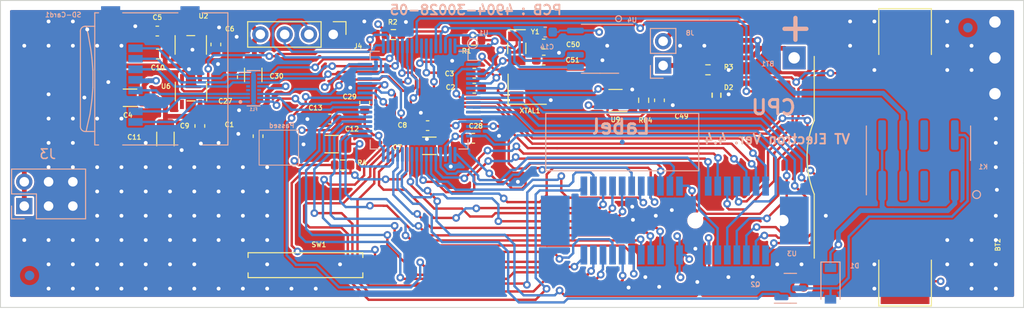
<source format=kicad_pcb>
(kicad_pcb (version 20240108) (generator "pcbnew") (generator_version "8.0")
  (layers (0 "F.Cu" signal) (1 "In1.Cu" signal) (2 "In2.Cu" signal) (31 "B.Cu" signal) (34 "B.Paste" user) (35 "F.Paste" user) (36 "B.SilkS" user "B.Silkscreen") (37 "F.SilkS" user "F.Silkscreen") (38 "B.Mask" user) (39 "F.Mask" user) (44 "Edge.Cuts" user))
  (net 0 "")
  (net 1 "GND")
  (net 2 "/OSC_OUT")
  (net 3 "/OSC_IN")
  (net 4 "/VDDA")
  (net 5 "Net-(C12-Pad1)")
  (net 6 "Net-(FL1-Pad2)")
  (net 7 "Net-(FL1-Pad3)")
  (net 8 "Net-(FL1-Pad1)")
  (net 10 "Net-(FL1-Pad6)")
  (net 11 "Net-(FL1-Pad7)")
  (net 12 "Net-(FL1-Pad8)")
  (net 13 "/SDAT7")
  (net 16 "/uDTR")
  (net 17 "/uDCD")
  (net 18 "/uPWRKEY")
  (net 19 "/SWDIO")
  (net 20 "/SWCLK")
  (net 21 "/Alim")
  (net 22 "/uStatus")
  (net 23 "/RxD")
  (net 24 "/TxD")
  (net 25 "/SD_D2")
  (net 26 "/SD_D3")
  (net 27 "/SD_CMD")
  (net 28 "/SD_CLK")
  (net 29 "/SD_D0")
  (net 30 "/SD_D1")
  (net 31 "/SYN")
  (net 32 "/SCL")
  (net 33 "/SDAT2")
  (net 34 "/SCS")
  (net 35 "/SDAT3")
  (net 36 "/SDAT4")
  (net 37 "/SDAT5")
  (net 38 "/SDAT6")
  (net 39 "/+3V3")
  (net 40 "/RS485_RxD")
  (net 41 "/IRQ2")
  (net 42 "/READY")
  (net 43 "/SCLK")
  (net 44 "/MISO")
  (net 45 "/MOSI")
  (net 46 "/SS")
  (net 47 "/RS485_TxD")
  (net 48 "/RS485_DE")
  (net 49 "/NRST")
  (net 50 "/OSC32_IN")
  (net 51 "/OSC32_OUT")
  (net 52 "/Magnet")
  (net 53 "/BT_RxD")
  (net 54 "/BT_TxD")
  (net 55 "/LED3")
  (net 56 "/LED2")
  (net 57 "/LED1")
  (net 58 "/VBAT")
  (net 60 "/ADE_Reset")
  (net 61 "/SDAe")
  (net 62 "/SCLe")
  (net 63 "/StartMasura")
  (net 64 "/Main")
  (net 65 "/BT_RTS")
  (net 66 "/BT_CTS")
  (net 69 "/Mains")
  (net 70 "/+3V3_SD")
  (net 71 "/+5V")
  (net 74 "/Uhlc")
  (net 75 "/Uext")
  (net 76 "/Batt_On")
  (footprint "Capacitor_SMD:C_0603_1608Metric" (layer "F.Cu") (at 34.46 12.4046 180)
    (property "Reference" "C13")
    (property "Value" "100n")
  )
  (footprint "Resistor_SMD:R_0603_1608Metric" (layer "F.Cu") (at 41.0894 3.5654 180)
    (property "Reference" "R2")
    (property "Value" "10k")
  )
  (footprint "Package_TO_SOT_SMD:SC-82AA" (layer "F.Cu") (at 64.3154 10.4638 180)
    (property "Reference" "U9")
    (property "Value" "XC6120N302NR-G" (hide yes))
  )
  (footprint "Fiducial:Fiducial_1mm_Mask2mm" (layer "F.Cu") (at 101.1682 2.8448)
    (property "Reference" "FID3" (hide yes))
    (property "Value" "Fiducial" (hide yes))
  )
  (footprint "Capacitor_SMD:C_1206_3216Metric" (layer "F.Cu") (at 44.8486 15.1986 180)
    (property "Reference" "C7")
    (property "Value" "10u")
  )
  (footprint "Crystal:Crystal_SMD_SeikoEpson_TSX3225-4Pin_3.2x2.5mm" (layer "F.Cu") (at 55.0848 9.2804)
    (property "Reference" "XTAL1")
    (property "Value" "403C11A16M00000" (hide yes))
  )
  (footprint "Capacitor_SMD:C_0603_1608Metric" (layer "F.Cu") (at 68.9128 10.4384 -90)
    (property "Reference" "C49")
    (property "Value" "100n")
  )
  (footprint "Capacitor_SMD:C_0603_1608Metric" (layer "F.Cu") (at 20.85 13.125 90)
    (property "Reference" "C9")
    (property "Value" "1u")
  )
  (footprint "Resistor_SMD:R_0603_1608Metric" (layer "F.Cu") (at 49.4714 4.1496)
    (property "Reference" "R1")
    (property "Value" "10k")
  )
  (footprint "Capacitor_SMD:C_0603_1608Metric" (layer "F.Cu") (at 26.94 14.19 90)
    (property "Reference" "C1")
    (property "Value" "100n")
  )
  (footprint "Capacitor_SMD:C_0603_1608Metric" (layer "F.Cu") (at 38.0922 10.6774 90)
    (property "Reference" "C29")
    (property "Value" "100n")
  )
  (footprint "Connector_PinHeader_2.54mm:PinHeader_1x04_P2.54mm_Vertical" (layer "F.Cu") (at 34.8 3.55 -90)
    (property "Reference" "J4")
    (property "Value" "Conn_01x04_Male" (hide yes))
  )
  (footprint "Capacitor_SMD:C_0603_1608Metric" (layer "F.Cu") (at 16.4 3.2)
    (property "Reference" "C5")
    (property "Value" "1u")
  )
  (footprint "Crystal:Crystal_SMD_EuroQuartz_EQ161-2Pin_3.2x1.5mm" (layer "F.Cu") (at 53.9926 5.0078 -90)
    (property "Reference" "Y1")
    (property "Value" "ECS-.327-6-34B-C-TR" (hide yes))
  )
  (footprint "AP3012KTR-G1:AP3012KTR-G1" (layer "F.Cu") (at 19.9 4.65 90)
    (property "Reference" "U2")
    (property "Value" "AP7343DQ-33W5-7" (hide yes))
  )
  (footprint "Capacitor_SMD:C_1206_3216Metric" (layer "F.Cu") (at 34.6378 15.0208 180)
    (property "Reference" "C12")
    (property "Value" "4,7u")
  )
  (footprint "Capacitor_SMD:C_0603_1608Metric" (layer "F.Cu") (at 56.812 4.556)
    (property "Reference" "C50")
    (property "Value" "10p")
  )
  (footprint "Capacitor_SMD:C_1206_3216Metric" (layer "F.Cu") (at 13.55 10.175 180)
    (property "Reference" "C4")
    (property "Value" "10u")
  )
  (footprint "Resistor_SMD:R_0603_1608Metric" (layer "F.Cu") (at 67.2618 10.4384 90)
    (property "Reference" "R64")
    (property "Value" "1k")
  )
  (footprint "Capacitor_SMD:C_0603_1608Metric" (layer "F.Cu") (at 24.2746 8.0104 -90)
    (property "Reference" "C27")
    (property "Value" "100n")
  )
  (footprint "Button_Switch_SMD:SW_SPST_REED_CT10-XXXX-G1" (layer "F.Cu") (at 31.8946 27.6794 180)
    (property "Reference" "SW1")
    (property "Value" "CT10-1030-G1")
  )
  (footprint "Fiducial:Fiducial_1mm_Mask2mm" (layer "F.Cu") (at 2.9132 3.1844)
    (property "Reference" "FID2" (hide yes))
    (property "Value" "Fiducial" (hide yes))
  )
  (footprint "Battery:BatteryHolder_Keystone_3002_1x2032" (layer "F.Cu") (at 94.6 16.4 90)
    (property "Reference" "BT2")
    (property "Value" "Battery_Cell")
  )
  (footprint "Capacitor_SMD:C_0603_1608Metric" (layer "F.Cu") (at 56.812 6.2324)
    (property "Reference" "C51")
    (property "Value" "10p")
  )
  (footprint "Capacitor_SMD:C_1206_3216Metric" (layer "F.Cu") (at 17.25 14.48 90)
    (property "Reference" "C11")
    (property "Value" "10u")
  )
  (footprint "Resistor_SMD:R_0603_1608Metric" (layer "F.Cu") (at 73.9824 7.2484 180)
    (property "Reference" "R3")
    (property "Value" "0")
  )
  (footprint "Resistor_SMD:R_0603_1608Metric" (layer "F.Cu") (at 35.7808 17.2052)
    (property "Reference" "R4")
    (property "Value" "10k")
  )
  (footprint "AP3012KTR-G1:AP3012KTR-G1" (layer "F.Cu") (at 19.925 9.525 -90)
    (property "Reference" "U6")
    (property "Value" "AP7343DQ-33W5-7" (hide yes))
  )
  (footprint "Capacitor_SMD:C_0603_1608Metric" (layer "F.Cu") (at 16.45 5.6 180)
    (property "Reference" "C10")
    (property "Value" "1u")
  )
  (footprint "Capacitor_SMD:C_0603_1608Metric" (layer "F.Cu") (at 44.6708 13.0904 180)
    (property "Reference" "C8")
    (property "Value" "100n")
  )
  (footprint "Capacitor_SMD:C_0603_1608Metric" (layer "F.Cu") (at 49.446 14.4112)
    (property "Reference" "C28")
    (property "Value" "100n")
  )
  (footprint "Capacitor_SMD:C_1206_3216Metric" (layer "F.Cu") (at 26.4336 7.7836 -90)
    (property "Reference" "C30")
    (property "Value" "10u")
  )
  (footprint "Capacitor_SMD:C_0603_1608Metric" (layer "F.Cu") (at 49.5476 9.1788 180)
    (property "Reference" "C2")
    (property "Value" "10p")
  )
  (footprint "ESD:SOD-923_ONS" (layer "F.Cu") (at 74.8792 9.906 90)
    (property "Reference" "D2")
    (property "Value" "ESD9B5.0ST5G" (hide yes))
  )
  (footprint "Capacitor_SMD:C_0603_1608Metric" (layer "F.Cu") (at 49.5476 7.604 180)
    (property "Reference" "C3")
    (property "Value" "10p")
  )
  (footprint "Battery:HLC1520-3P" (layer "F.Cu") (at 83 6)
    (property "Reference" "BT1")
    (property "Value" "HLC1520-3P")
  )
  (footprint "Capacitor_SMD:C_0603_1608Metric" (layer "F.Cu") (at 22.525 4.6 90)
    (property "Reference" "C6")
    (property "Value" "1u")
  )
  (footprint "Fiducial:Fiducial_1mm_Mask2mm" (layer "F.Cu") (at 83.99 29.956)
    (property "Reference" "FID1" (hide yes))
    (property "Value" "Fiducial" (hide yes))
  )
  (footprint "Package_TO_SOT_SMD:SOT-23" (layer "B.Cu") (at 82.6 30.1)
    (property "Reference" "Q2")
    (property "Value" "DTC143T")
  )
  (footprint "Relay_SMD:Relay_Fujitsu_FTR-B4GA003" (layer "B.Cu") (at 96 16.725 90)
    (property "Reference" "K1")
    (property "Value" "FTR-B4GA003Z-B05")
  )
  (footprint "Package_QFP:LQFP-64_10x10mm_P0.5mm" (layer "B.Cu") (at 43.7818 10.4234 180)
    (property "Reference" "U1")
    (property "Value" "STM32U575RIT6")
  )
  (footprint "Diode_SMD:D_SOD-123" (layer "B.Cu") (at 86.8 29.6 -90)
    (property "Reference" "D1")
    (property "Value" "1N4148W")
  )
  (footprint "CM1624:FIL_CM1624" (layer "B.Cu") (at 26.4675 9.1788)
    (property "Reference" "FL1")
    (property "Value" "CM1624-08DE")
  )
  (footprint "Connector_PinHeader_2.54mm:PinHeader_1x02_P2.54mm_Vertical" (layer "B.Cu") (at 69.3 6.8)
    (property "Reference" "J8")
    (property "Value" "Conn_01x02_Male")
  )
  (footprint "Fiducial:Fiducial_1mm_Mask2mm" (layer "B.Cu") (at 3.0402 28.7622 180)
    (property "Reference" "FID4" (hide yes))
    (property "Value" "Fiducial" (hide yes))
  )
  (footprint "Connector_PinSocket_2.54mm:PinSocket_2x03_P2.54mm_Vertical" (layer "B.Cu") (at 2.49 21.5 -90)
    (property "Reference" "J3")
    (property "Value" "DS1002-03-2*3131")
  )
  (footprint "Package_SO:SO-8_3.9x4.9mm_P1.27mm" (layer "B.Cu") (at 62.7 5.05 180)
    (property "Reference" "U4")
    (property "Value" "CAT24C512XE-T2")
  )
  (footprint "Symbol:Eticheta" (layer "B.Cu") (at 65.024 14.8082 180)
    (property "Reference" "TP1" (hide yes))
    (property "Value" "Eticheta" (hide yes))
  )
  (footprint "PCI_SMD_MOD:10061913-100CLF" (layer "B.Cu") (at 72.66 23.01)
    (property "Reference" "U3")
    (property "Value" "10061913-100CLF")
  )
  (footprint "Capacitor_SMD:C_0603_1608Metric" (layer "B.Cu") (at 56.9722 3.302 180)
    (property "Reference" "C14")
    (property "Value" "100n")
  )
  (footprint "Connector_Card:microSD_HC_Wuerth_693072010801" (layer "B.Cu") (at 15.6707 8.2 -90)
    (property "Reference" "SD-Card1")
    (property "Value" "HC_Wuerth_693072010801" (hide yes))
  )
  (gr_rect (start 27.051 13.5636) (end 31.1658 17.2212) (stroke (width 0.1)) (fill none) (layer "B.SilkS"))
  (gr_line (start 0 32.1) (end 107 32.1) (stroke (width 0.1)) (layer "Edge.Cuts"))
  (gr_line (start 107 32.1) (end 107 17) (stroke (width 0.1)) (layer "Edge.Cuts"))
  (gr_line (start 0 0) (end 0 32.1) (stroke (width 0.1)) (layer "Edge.Cuts"))
  (gr_line (start 107 0) (end 0 0) (stroke (width 0.1)) (layer "Edge.Cuts"))
  (gr_line (start 107 17) (end 107 0) (stroke (width 0.1)) (layer "Edge.Cuts"))
  (gr_text "VT Electron Ver. 4.4\n" (at 81.2038 14.5034 0) (layer "B.SilkS") (effects (font (size 1 1) (thickness 0.2)) (justify mirror)))
  (gr_text "Passed" (at 29.4132 13.081 0) (layer "B.SilkS") (effects (font (size 0.5 0.5) (thickness 0.1)) (justify mirror)))
  (gr_text "PCB : 4904-30028-05" (at 49.7078 0.9906 0) (layer "B.SilkS") (effects (font (size 1 1) (thickness 0.2)) (justify mirror)))
  (gr_text "Label" (at 64.897 13.208 0) (layer "B.SilkS") (effects (font (size 1.5 1.5) (thickness 0.3)) (justify mirror)))
  (gr_text "CPU" (at 80.8482 11.176 0) (layer "B.SilkS") (effects (font (size 1.5 1.5) (thickness 0.3)) (justify mirror)))
  (segment (start 22.525 3.825) (end 24.675 3.825) (width 0.25) (layer "F.Cu") (net 1))
  (segment (start 14.6046 3.2) (end 14.097 2.6924) (width 0.25) (layer "F.Cu") (net 1))
  (segment (start 8.8 10.175) (end 8.775 10.15) (width 0.25) (layer "F.Cu") (net 1))
  (segment (start 36.619 10.0678) (end 37.9268 10.0678) (width 0.25) (layer "F.Cu") (net 1))
  (segment (start 24.2746 8.7854) (end 23.4104 8.7854) (width 0.25) (layer "F.Cu") (net 1))
  (segment (start 36.576 9.1186) (end 37.3598 9.9024) (width 0.25) (layer "F.Cu") (net 1))
  (segment (start 65.1404 9.8138) (end 65.5242 9.8138) (width 0.25) (layer "F.Cu") (net 1))
  (segment (start 31.7168 15.0208) (end 31.6914 15.0462) (width 0.25) (layer "F.Cu") (net 1))
  (segment (start 51.9352 15.0716) (end 51.2748 14.4112) (width 0.25) (layer "F.Cu") (net 1))
  (segment (start 58.3738 5.432) (end 58.4122 5.4704) (width 0.25) (layer "F.Cu") (net 1))
  (segment (start 37.3598 9.9024) (end 38.0922 9.9024) (width 0.25) (layer "F.Cu") (net 1))
  (segment (start 20.85 13.9) (end 20.85 14.8556) (width 0.5) (layer "F.Cu") (net 1))
  (segment (start 57.587 5.432) (end 57.587 4.556) (width 0.25) (layer "F.Cu") (net 1))
  (segment (start 43.8958 13.0904) (end 43.8958 11.808) (width 0.25) (layer "F.Cu") (net 1))
  (segment (start 47.8204 7.604) (end 47.2362 7.0198) (width 0.25) (layer "F.Cu") (net 1))
  (segment (start 25.9604 8.7854) (end 26.4336 9.2586) (width 0.25) (layer "F.Cu") (net 1))
  (segment (start 33.685 11.681) (end 34.3838 10.9822) (width 0.25) (layer "F.Cu") (net 1))
  (segment (start 15.675 3.25) (end 15.625 3.2) (width 0.25) (layer "F.Cu") (net 1))
  (segment (start 66.068 9.27) (end 66.068 9.3103) (width 0.25) (layer "F.Cu") (net 1))
  (segment (start 9.05 3.2) (end 9.025 3.175) (width 0.25) (layer "F.Cu") (net 1))
  (segment (start 48.7726 9.1788) (end 48.7726 7.604) (width 0.25) (layer "F.Cu") (net 1))
  (segment (start 53.9848 8.4804) (end 54.2512 8.4804) (width 0.2) (layer "F.Cu") (net 1))
  (segment (start 47.55 2.4) (end 47.4 2.25) (width 0.25) (layer "F.Cu") (net 1))
  (segment (start 43.3736 14.921) (end 43.8072 14.4874) (width 0.25) (layer "F.Cu") (net 1))
  (segment (start 22.525 3.825) (end 22.525 3.1544) (width 0.25) (layer "F.Cu") (net 1))
  (segment (start 51.2748 14.4112) (end 50.221 14.4112) (width 0.25) (layer "F.Cu") (net 1))
  (segment (start 47.2362 7.0198) (end 47.2362 6.3086) (width 0.25) (layer "F.Cu") (net 1))
  (segment (start 24.675 3.825) (end 24.7 3.8) (width 0.25) (layer "F.Cu") (net 1))
  (segment (start 22.725 6.675) (end 22.75 6.65) (width 0.25) (layer "F.Cu") (net 1))
  (segment (start 69.1788 10.9474) (end 68.9128 11.2134) (width 0.25) (layer "F.Cu") (net 1))
  (segment (start 34.3838 10.9822) (end 35.7046 10.9822) (width 0.25) (layer "F.Cu") (net 1))
  (segment (start 47.2362 6.3086) (end 47.55 5.9948) (width 0.25) (layer "F.Cu") (net 1))
  (segment (start 94.6 16.4) (end 100.8 16.4) (width 0.25) (layer "F.Cu") (net 1))
  (segment (start 48.7726 7.604) (end 47.8204 7.604) (width 0.25) (layer "F.Cu") (net 1))
  (segment (start 43.3736 13.6126) (end 43.8958 13.0904) (width 0.25) (layer "F.Cu") (net 1))
  (segment (start 19.925 7.4028) (end 19.7104 7.1882) (width 0.25) (layer "F.Cu") (net 1))
  (segment (start 57.587 6.2324) (end 57.587 5.432) (width 0.25) (layer "F.Cu") (net 1))
  (segment (start 12.075 9.3318) (end 11.2776 8.5344) (width 0.2) (layer "F.Cu") (net 1))
  (segment (start 35.7046 10.9822) (end 36.619 10.0678) (width 0.25) (layer "F.Cu") (net 1))
  (segment (start 51.9352 16.7852) (end 51.9352 15.0716) (width 0.25) (layer "F.Cu") (net 1))
  (segment (start 100.8 16.4) (end 104.2 19.8) (width 0.25) (layer "F.Cu") (net 1))
  (segment (start 57.587 6.2324) (end 62.9324 6.2324) (width 0.25) (layer "F.Cu") (net 1))
  (segment (start 57.2056 10.0804) (end 57.5486 10.4234) (width 0.25) (layer "F.Cu") (net 1))
  (segment (start 24.875 14.795) (end 25.045 14.965) (width 0.25) (layer "F.Cu") (net 1))
  (segment (start 24.2746 8.7854) (end 25.9604 8.7854) (width 0.25) (layer "F.Cu") (net 1))
  (segment (start 17.25 15.955) (end 18.6398 15.955) (width 0.5) (layer "F.Cu") (net 1))
  (segment (start 33.1628 15.0208) (end 31.7168 15.0208) (width 0.25) (layer "F.Cu") (net 1))
  (segment (start 33.685 12.4046) (end 33.685 11.681) (width 0.25) (layer "F.Cu") (net 1))
  (segment (start 15.625 3.2) (end 14.6046 3.2) (width 0.25) (layer "F.Cu") (net 1))
  (segment (start 33.685 12.4046) (end 32.0978 12.4046) (width 0.25) (layer "F.Cu") (net 1))
  (segment (start 55.8512 10.0804) (end 56.1848 10.0804) (width 0.2) (layer "F.Cu") (net 1))
  (segment (start 43.8958 11.808) (end 43.9596 11.7442) (width 0.25) (layer "F.Cu") (net 1))
  (segment (start 19.925 8.18515) (end 19.925 7.4028) (width 0.25) (layer "F.Cu") (net 1))
  (segment (start 22.525 3.1544) (end 22.86 2.8194) (width 0.25) (layer "F.Cu") (net 1))
  (segment (start 24.875 13.95) (end 24.875 14.795) (width 0.25) (layer "F.Cu") (net 1))
  (segment (start 19.9 5.325) (end 20.075 5.15) (width 0.25) (layer "F.Cu") (net 1))
  (segment (start 54.11 18.96) (end 51.9352 16.7852) (width 0.25) (layer "F.Cu") (net 1))
  (segment (start 9.025 3.075) (end 9.075 3.025) (width 0.25) (layer "F.Cu") (net 1))
  (segment (start 18.6398 15.955) (end 18.9484 15.6464) (width 0.5) (layer "F.Cu") (net 1))
  (segment (start 43.3736 15.1986) (end 43.3736 14.921) (width 0.25) (layer "F.Cu") (net 1))
  (segment (start 37.9268 10.0678) (end 38.0922 9.9024) (width 0.25) (layer "F.Cu") (net 1))
  (segment (start 12.075 10.175) (end 12.075 9.3318) (width 0.2) (layer "F.Cu") (net 1))
  (segment (start 47.55 5.9948) (end 47.55 2.4) (width 0.25) (layer "F.Cu") (net 1))
  (segment (start 43.8072 14.4874) (end 44.5946 14.4874) (width 0.25) (layer "F.Cu") (net 1))
  (segment (start 51.8844 14.4112) (end 52.1384 14.1572) (width 0.25) (layer "F.Cu") (net 1))
  (segment (start 56.1848 10.0804) (end 57.2056 10.0804) (width 0.25) (layer "F.Cu") (net 1))
  (segment (start 15.675 5.6) (end 15.675 3.25) (width 0.25) (layer "F.Cu") (net 1))
  (segment (start 23.4104 8.7854) (end 22.725 8.1) (width 0.25) (layer "F.Cu") (net 1))
  (segment (start 19.9 5.98985) (end 19.9 5.325) (width 0.25) (layer "F.Cu") (net 1))
  (segment (start 50.221 14.4112) (end 51.8844 14.4112) (width 0.25) (layer "F.Cu") (net 1))
  (segment (start 26.4336 9.2586) (end 24.95 10.7422) (width 0.25) (layer "F.Cu") (net 1))
  (segment (start 24.95 10.7422) (end 24.95 11.475) (width 0.25) (layer "F.Cu") (net 1))
  (segment (start 70.3072 10.9474) (end 69.1788 10.9474) (width 0.25) (layer "F.Cu") (net 1))
  (segment (start 26.94 14.965) (end 25.045 14.965) (width 0.25) (layer "F.Cu") (net 1))
  (segment (start 22.725 8.1) (end 22.725 6.675) (width 0.25) (layer "F.Cu") (net 1))
  (segment (start 43.3736 15.1986) (end 43.3736 13.6126) (width 0.25) (layer "F.Cu") (net 1))
  (segment (start 9.025 3.175) (end 9.025 3.075) (width 0.25) (layer "F.Cu") (net 1))
  (segment (start 57.587 5.432) (end 58.3738 5.432) (width 0.25) (layer "F.Cu") (net 1))
  (segment (start 54.2512 8.4804) (end 55.8512 10.0804) (width 0.2) (layer "F.Cu") (net 1))
  (segment (start 20.85 14.8556) (end 20.955 14.9606) (width 0.5) (layer "F.Cu") (net 1))
  (segment (start 47.4 2.25) (end 42.4 2.25) (width 0.25) (layer "F.Cu") (net 1))
  (segment (start 65.5242 9.8138) (end 66.068 9.27) (width 0.25) (layer "F.Cu") (net 1))
  (via (at 15.19 22.5132) (size 0.8) (drill 0.4) (layers "F.Cu" "B.Cu") (net 1))
  (via (at 54.11 18.96) (size 0.8) (drill 0.4) (layers "F.Cu" "B.Cu") (net 1))
  (via (at 104.09 17.4332) (size 0.8) (drill 0.4) (layers "F.Cu" "B.Cu") (net 1))
  (via (at 70.3072 10.9474) (size 0.8) (drill 0.4) (layers "F.Cu" "B.Cu") (net 1))
  (via (at 73.61 4.7332) (size 0.8) (drill 0.4) (layers "F.Cu" "B.Cu") (net 1))
  (via (at 76.1238 28.9306) (size 0.8) (drill 0.4) (layers "F.Cu" "B.Cu") (net 1))
  (via (at 5.03 25.0532) (size 0.8) (drill 0.4) (layers "F.Cu" "B.Cu") (net 1))
  (via (at 78.6638 28.9052) (size 0.8) (drill 0.4) (layers "F.Cu" "B.Cu") (net 1))
  (via (at 12.65 4.7332) (size 0.8) (drill 0.4) (layers "F.Cu" "B.Cu") (net 1))
  (via (at 7.57 12.3532) (size 0.8) (drill 0.4) (layers "F.Cu" "B.Cu") (net 1))
  (via (at 12.65 25.0532) (size 0.8) (drill 0.4) (layers "F.Cu" "B.Cu") (net 1))
  (via (at 71.07 4.7332) (size 0.8) (drill 0.4) (layers "F.Cu" "B.Cu") (net 1))
  (via (at 91.39 7.2732) (size 0.8) (drill 0.4) (layers "F.Cu" "B.Cu") (net 1))
  (via (at 86.31 22.5132) (size 0.8) (drill 0.4) (layers "F.Cu" "B.Cu") (net 1))
  (via (at 27.89 17.4332) (size 0.8) (drill 0.4) (layers "F.Cu" "B.Cu") (net 1))
  (via (at 99.01 2.1932) (size 0.8) (drill 0.4) (layers "F.Cu" "B.Cu") (net 1))
  (via (at 12.65 19.9732) (size 0.8) (drill 0.4) (layers "F.Cu" "B.Cu") (net 1))
  (via (at 20.955 14.9606) (size 0.8) (drill 0.4) (layers "F.Cu" "B.Cu") (net 1))
  (via (at 25.35 30.1332) (size 0.8) (drill 0.4) (layers "F.Cu" "B.Cu") (net 1))
  (via (at 5.03 9.8132) (size 0.8) (drill 0.4) (layers "F.Cu" "B.Cu") (net 1))
  (via (at 20.27 19.9732) (size 0.8) (drill 0.4) (layers "F.Cu" "B.Cu") (net 1))
  (via (at 70.2056 21.9202) (size 0.8) (drill 0.4) (layers "F.Cu" "B.Cu") (net 1))
  (via (at 91.39 27.5932) (size 0.8) (drill 0.4) (layers "F.Cu" "B.Cu") (net 1))
  (via (at 7.57 25.0532) (size 0.8) (drill 0.4) (layers "F.Cu" "B.Cu") (net 1))
  (via (at 22.81 22.5132) (size 0.8) (drill 0.4) (layers "F.Cu" "B.Cu") (net 1))
  (via (at 14.097 2.6924) (size 0.8) (drill 0.4) (layers "F.Cu" "B.Cu") (net 1))
  (via (at 25.35 19.9732) (size 0.8) (drill 0.4) (layers "F.Cu" "B.Cu") (net 1))
  (via (at 8.775 10.15) (size 0.8) (drill 0.4) (layers "F.Cu" "B.Cu") (net 1))
  (via (at 10.11 4.7332) (size 0.8) (drill 0.4) (layers "F.Cu" "B.Cu") (net 1))
  (via (at 101.55 27.5932) (size 0.8) (drill 0.4) (layers "F.Cu" "B.Cu") (net 1))
  (via (at 104.09 22.5132) (size 0.8) (drill 0.4) (layers "F.Cu" "B.Cu") (net 1))
  (via (at 5.03 27.5932) (size 0.8) (drill 0.4) (layers "F.Cu" "B.Cu") (net 1))
  (via (at 42.4 2.25) (size 0.8) (drill 0.4) (layers "F.Cu" "B.Cu") (net 1))
  (via (at 12.65 27.5932) (size 0.8) (drill 0.4) (layers "F.Cu" "B.Cu") (net 1))
  (via (at 15.19 17.4332) (size 0.8) (drill 0.4) (layers "F.Cu" "B.Cu") (net 1))
  (via (at 47.2362 6.3086) (size 0.8) (drill 0.4) (layers "F.Cu" "B.Cu") (net 1))
  (via (at 101.55 7.2732) (size 0.8) (drill 0.4) (layers "F.Cu" "B.Cu") (net 1))
  (via (at 101.55 4.7332) (size 0.8) (drill 0.4) (layers "F.Cu" "B.Cu") (net 1))
  (via (at 12.65 30.1332) (size 0.8) (drill 0.4) (layers "F.Cu" "B.Cu") (net 1))
  (via (at 5.03 4.7332) (size 0.8) (drill 0.4) (layers "F.Cu" "B.Cu") (net 1))
  (via (at 20.27 22.5132) (size 0.8) (drill 0.4) (layers "F.Cu" "B.Cu") (net 1))
  (via (at 99.01 25.0532) (size 0.8) (drill 0.4) (layers "F.Cu" "B.Cu") (net 1))
  (via (at 12.65 17.4332) (size 0.8) (drill 0.4) (layers "F.Cu" "B.Cu") (net 1))
  (via (at 5.03 14.8932) (size 0.8) (drill 0.4) (layers "F.Cu" "B.Cu") (net 1))
  (via (at 10.11 27.5932) (size 0.8) (drill 0.4) (layers "F.Cu" "B.Cu") (net 1))
  (via (at 7.57 4.7332) (size 0.8) (drill 0.4) (layers "F.Cu" "B.Cu") (net 1))
  (via (at 10.11 22.5132) (size 0.8) (drill 0.4) (layers "F.Cu" "B.Cu") (net 1))
  (via (at 12.65 22.5132) (size 0.8) (drill 0.4) (layers "F.Cu" "B.Cu") (net 1))
  (via (at 7.57 17.4332) (size 0.8) (drill 0.4) (layers "F.Cu" "B.Cu") (net 1))
  (via (at 63.45 4.7332) (size 0.8) (drill 0.4) (layers "F.Cu" "B.Cu") (net 1))
  (via (at 38.05 2.1932) (size 0.8) (drill 0.4) (layers "F.Cu" "B.Cu") (net 1))
  (via (at 83.77 27.5932) (size 0.8) (drill 0.4) (layers "F.Cu" "B.Cu") (net 1))
  (via (at 22.81 17.4332) (size 0.8) (drill 0.4) (layers "F.Cu" "B.Cu") (net 1))
  (via (at 17.73 22.5132) (size 0.8) (drill 0.4) (layers "F.Cu" "B.Cu") (net 1))
  (via (at 104.2 19.8) (size 0.8) (drill 0.4) (layers "F.Cu" "B.Cu") (net 1))
  (via (at 5.03 30.1332) (size 0.8) (drill 0.4) (layers "F.Cu" "B.Cu") (net 1))
  (via (at 58.4122 5.4704) (size 0.8) (drill 0.4) (layers "F.Cu" "B.Cu") (net 1))
  (via (at 17.73 30.1332) (size 0.8) (drill 0.4) (layers "F.Cu" "B.Cu") (net 1))
  (via (at 65.6844 30.0228) (size 0.8) (drill 0.4) (layers "F.Cu" "B.Cu") (net 1))
  (via (at 52.1384 14.1572) (size 0.8) (drill 0.4) (layers "F.Cu" "B.Cu") (net 1))
  (via (at 76.15 7.2732) (size 0.8) (drill 0.4) (layers "F.Cu" "B.Cu") (net 1))
  (via (at 36.576 9.1186) (size 0.8) (drill 0.4) (layers "F.Cu" "B.Cu") (net 1))
  (via (at 7.57 30.1332) (size 0.8) (drill 0.4) (layers "F.Cu" "B.Cu") (net 1))
  (via (at 24.95 11.475) (size 0.8) (drill 0.4) (layers "F.Cu" "B.Cu") (net 1))
  (via (at 30.43 30.1332) (size 0.8) (drill 0.4) (layers "F.Cu" "B.Cu") (net 1))
  (via (at 17.73 27.5932) (size 0.8) (drill 0.4) (layers "F.Cu" "B.Cu") (net 1))
  (via (at 25.35 17.4332) (size 0.8) (drill 0.4) (layers "F.Cu" "B.Cu") (net 1))
  (via (at 88.85 4.7332) (size 0.8) (drill 0.4) (layers "F.Cu" "B.Cu") (net 1))
  (via (at 10.11 12.3532) (size 0.8) (drill 0.4) (layers "F.Cu" "B.Cu") (net 1))
  (via (at 104.09 14.8932) (size 0.8) (drill 0.4) (layers "F.Cu" "B.Cu") (net 1))
  (via (at 27.89 19.9732) (size 0.8) (drill 0.4) (layers "F.Cu" "B.Cu") (net 1))
  (via (at 99.01 7.2732) (size 0.8) (drill 0.4) (layers "F.Cu" "B.Cu") (net 1))
  (via (at 68.53 22.5132) (size 0.8) (drill 0.4) (layers "F.Cu" "B.Cu") (net 1))
  (via (at 31.6914 15.0462) (size 0.8) (drill 0.4) (layers "F.Cu" "B.Cu") (net 1))
  (via (at 20.27 30.1332) (size 0.8) (drill 0.4) (layers "F.Cu" "B.Cu") (net 1))
  (via (at 104.09 27.5932) (size 0.8) (drill 0.4) (layers "F.Cu" "B.Cu") (net 1))
  (via (at 10.11 19.9732) (size 0.8) (drill 0.4) (layers "F.Cu" "B.Cu") (net 1))
  (via (at 22.81 30.1332) (size 0.8) (drill 0.4) (layers "F.Cu" "B.Cu") (net 1))
  (via (at 15.19 14.8932) (size 0.8) (drill 0.4) (layers "F.Cu" "B.Cu") (net 1))
  (via (at 20.075 5.15) (size 0.8) (drill 0.4) (layers "F.Cu" "B.Cu") (net 1))
  (via (at 47.0916 17.3678) (size 0.8) (drill 0.4) (layers "F.Cu" "B.Cu") (net 1))
  (via (at 22.75 6.65) (size 0.8) (drill 0.4) (layers "F.Cu" "B.Cu") (net 1))
  (via (at 27.89 30.1332) (size 0.8) (drill 0.4) (layers "F.Cu" "B.Cu") (net 1))
  (via (at 35.51 27.5932) (size 0.8) (drill 0.4) (layers "F.Cu" "B.Cu") (net 1))
  (via (at 20.27 25.0532) (size 0.8) (drill 0.4) (layers "F.Cu" "B.Cu") (net 1))
  (via (at 72.8726 29.4386) (size 0.8) (drill 0.4) (layers "F.Cu" "B.Cu") (net 1))
  (via (at 5.03 12.3532) (size 0.8) (drill 0.4) (layers "F.Cu" "B.Cu") (net 1))
  (via (at 66.1416 22.9362) (size 0.8) (drill 0.4) (layers "F.Cu" "B.Cu") (net 1))
  (via (at 101.55 30.1332) (size 0.8) (drill 0.4) (layers "F.Cu" "B.Cu") (net 1))
  (via (at 5.03 2.1932) (size 0.8) (drill 0.4) (layers "F.Cu" "B.Cu") (net 1))
  (via (at 104.09 30.1332) (size 0.8) (drill 0.4) (layers "F.Cu" "B.Cu") (net 1))
  (via (at 22.81 14.8932) (size 0.8) (drill 0.4) (layers "F.Cu" "B.Cu") (net 1))
  (via (at 76.15 9.8132) (size 0.8) (drill 0.4) (layers "F.Cu" "B.Cu") (net 1))
  (via (at 104.09 25.0532) (size 0.8) (drill 0.4) (layers "F.Cu" "B.Cu") (net 1))
  (via (at 27.89 25.0532) (size 0.8) (drill 0.4) (layers "F.Cu" "B.Cu") (net 1))
  (via (at 104.09 12.3532) (size 0.8) (drill 0.4) (layers "F.Cu" "B.Cu") (net 1))
  (via (at 7.57 2.1932) (size 0.8) (drill 0.4) (layers "F.Cu" "B.Cu") (net 1))
  (via (at 91.39 30.1332) (size 0.8) (drill 0.4) (layers "F.Cu" "B.Cu") (net 1))
  (via (at 5.03 17.4332) (size 0.8) (drill 0.4) (layers "F.Cu" "B.Cu") (net 1))
  (via (at 62.95 6.25) (size 0.8) (drill 0.4) (layers "F.Cu" "B.Cu") (net 1))
  (via (at 99.01 27.5932) (size 0.8) (drill 0.4) (layers "F.Cu" "B.Cu") (net 1))
  (via (at 2.49 25.0532) (size 0.8) (drill 0.4) (layers "F.Cu" "B.Cu") (net 1))
  (via (at 20.27 17.4332) (size 0.8) (drill 0.4) (layers "F.Cu" "B.Cu") (net 1))
  (via (at 88.85 2.1932) (size 0.8) (drill 0.4) (layers "F.Cu" "B.Cu") (net 1))
  (via (at 17.73 25.0532) (size 0.8) (drill 0.4) (layers "F.Cu" "B.Cu") (net 1))
  (via (at 15.19 25.0532) (size 0.8) (drill 0.4) (layers "F.Cu" "B.Cu") (net 1))
  (via (at 43.9596 11.7442) (size 0.8) (drill 0.4) (layers "F.Cu" "B.Cu") (net 1))
  (via (at 57.5486 10.4234) (size 0.8) (drill 0.4) (layers "F.Cu" "B.Cu") (net 1))
  (via (at 91.39 2.1932) (size 0.8) (drill 0.4) (layers "F.Cu" "B.Cu") (net 1))
  (via (at 9.075 3.025) (size 0.8) (drill 0.4) (layers "F.Cu" "B.Cu") (net 1))
  (via (at 68.8848 29.9466) (size 0.8) (drill 0.4) (layers "F.Cu" "B.Cu") (net 1))
  (via (at 15.19 30.1332) (size 0.8) (drill 0.4) (layers "F.Cu" "B.Cu") (net 1))
  (via (at 12.65 12.3532) (size 0.8) (drill 0.4) (layers "F.Cu" "B.Cu") (net 1))
  (via (at 2.49 4.7332) (size 0.8) (drill 0.4) (layers "F.Cu" "B.Cu") (net 1))
  (via (at 17.73 17.4332) (size 0.8) (drill 0.4) (layers "F.Cu" "B.Cu") (net 1))
  (via (at 15.19 19.9732) (size 0.8) (drill 0.4) (layers "F.Cu" "B.Cu") (net 1))
  (via (at 99.01 4.7332) (size 0.8) (drill 0.4) (layers "F.Cu" "B.Cu") (net 1))
  (via (at 22.81 19.9732) (size 0.8) (drill 0.4) (layers "F.Cu" "B.Cu") (net 1))
  (via (at 24.875 13.95) (size 0.8) (drill 0.4) (layers "F.Cu" "B.Cu") (net 1))
  (via (at 7.57 14.8932) (size 0.8) (drill 0.4) (layers "F.Cu" "B.Cu") (net 1))
  (via (at 19.7104 7.1882) (size 0.8) (drill 0.4) (layers "F.Cu" "B.Cu") (net 1))
  (via (at 22.81 25.0532) (size 0.8) (drill 0.4) (layers "F.Cu" "B.Cu") (net 1))
  (via (at 10.11 30.1332) (size 0.8) (drill 0.4) (layers "F.Cu" "B.Cu") (net 1))
  (via (at 72.6694 25.9588) (size 0.8) (drill 0.4) (layers "F.Cu" "B.Cu") (net 1))
  (via (at 11.2776 8.5344) (size 0.8) (drill 0.4) (layers "F.Cu" "B.Cu") (net 1))
  (via (at 81.23 27.5932) (size 0.8) (drill 0.4) (layers "F.Cu" "B.Cu") (net 1))
  (via (at 66.068 9.3103) (size 0.8) (drill 0.4) (layers "F.Cu" "B.Cu") (net 1))
  (via (at 18.9484 15.6464) (size 0.8) (drill 0.4) (layers "F.Cu" "B.Cu") (net 1))
  (via (at 99.01 30.1332) (size 0.8) (drill 0.4) (layers "F.Cu" "B.Cu") (net 1))
  (via (at 17.73 19.9732) (size 0.8) (drill 0.4) (layers "F.Cu" "B.Cu") (net 1))
  (via (at 27.89 27.5932) (size 0.8) (drill 0.4) (layers "F.Cu" "B.Cu") (net 1))
  (via (at 44.5946 14.4874) (size 0.8) (drill 0.4) (layers "F.Cu" "B.Cu") (net 1))
  (via (at 67.437 28.9306) (size 0.8) (drill 0.4) (layers "F.Cu" "B.Cu") (net 1))
  (via (at 15.19 27.5932) (size 0.8) (drill 0.4) (layers "F.Cu" "B.Cu") (net 1))
  (via (at 20.27 27.5932) (size 0.8) (drill 0.4) (layers "F.Cu" "B.Cu") (net 1))
  (via (at 32.0978 12.4046) (size 0.8) (drill 0.4) (layers "F.Cu" "B.Cu") (net 1))
  (via (at 24.7 3.8) (size 0.8) (drill 0.4) (layers "F.Cu" "B.Cu") (net 1))
  (via (at 32.97 30.1332) (size 0.8) (drill 0.4) (layers "F.Cu" "B.Cu") (net 1))
  (via (at 10.11 17.4332) (size 0.8) (drill 0.4) (layers "F.Cu" "B.Cu") (net 1))
  (via (at 25.35 25.0532) (size 0.8) (drill 0.4) (layers "F.Cu" "B.Cu") (net 1))
  (via (at 66.0654 21.5646) (size 0.8) (drill 0.4) (layers "F.Cu" "B.Cu") (net 1))
  (via (at 7.57 27.5932) (size 0.8) (drill 0.4) (layers "F.Cu" "B.Cu") (net 1))
  (via (at 101.55 25.0532) (size 0.8) (drill 0.4) (layers "F.Cu" "B.Cu") (net 1))
  (via (at 27.89 22.5132) (size 0.8) (drill 0.4) (layers "F.Cu" "B.Cu") (net 1))
  (via (at 25.35 22.5132) (size 0.8) (drill 0.4) (layers "F.Cu" "B.Cu") (net 1))
  (via (at 22.86 2.8194) (size 0.8) (drill 0.4) (layers "F.Cu" "B.Cu") (net 1))
  (via (at 10.11 25.0532) (size 0.8) (drill 0.4) (layers "F.Cu" "B.Cu") (net 1))
  (segment (start 47.0916 17.3678) (end 47.0318 17.308) (width 0.25) (layer "B.Cu") (net 1))
  (segment (start 65.275 6.955) (end 65.275 5.685) (width 0.25) (layer "B.Cu") (net 1))
  (segment (start 65.275 5.685) (end 65.275 4.415) (width 0.25) (layer "B.Cu") (net 1))
  (segment (start 47.0318 6.1042) (end 47.2362 6.3086) (width 0.25) (layer "B.Cu") (net 1))
  (segment (start 36.576 9.1186) (end 36.111 8.6536) (width 0.25) (layer "B.Cu") (net 1))
  (segment (start 36.111 7.8834) (end 36.821 7.1734) (width 0.25) (layer "B.Cu") (net 1))
  (segment (start 36.821 7.1734) (end 38.1068 7.1734) (width 0.25) (layer "B.Cu") (net 1))
  (segment (start 47.0318 4.7484) (end 47.0318 6.1042) (width 0.25) (layer "B.Cu") (net 1))
  (segment (start 47.0916 17.4244) (end 47.0916 17.3678) (width 0.25) (layer "B.Cu") (net 1))
  (segment (start 44.3888 12.1734) (end 43.9596 11.7442) (width 0.2) (layer "B.Cu") (net 1))
  (segment (start 47.0318 17.308) (end 47.0318 16.0984) (width 0.25) (layer "B.Cu") (net 1))
  (segment (start 36.111 8.6536) (end 36.111 7.8834) (width 0.25) (layer "B.Cu") (net 1))
  (segment (start 49.4568 12.1734) (end 44.3888 12.1734) (width 0.2) (layer "B.Cu") (net 1))
  (segment (start 65.275 4.415) (end 65.275 3.145) (width 0.25) (layer "B.Cu") (net 1))
  (segment (start 52.3748 8.9662) (end 52.1622 9.1788) (width 0.25) (layer "F.Cu") (net 2))
  (segment (start 52.1622 9.1788) (end 50.3226 9.1788) (width 0.25) (layer "F.Cu") (net 2))
  (segment (start 52.028622 9.312378) (end 52.028622 9.500822) (width 0.25) (layer "F.Cu") (net 2))
  (segment (start 52.3748 8.9662) (end 52.028622 9.312378) (width 0.25) (layer "F.Cu") (net 2))
  (segment (start 52.028622 9.500822) (end 52.6082 10.0804) (width 0.25) (layer "F.Cu") (net 2))
  (segment (start 52.6082 10.0804) (end 53.9848 10.0804) (width 0.25) (layer "F.Cu") (net 2))
  (via (at 52.3748 8.9662) (size 0.8) (drill 0.4) (layers "F.Cu" "B.Cu") (net 2))
  (segment (start 52.1732 8.9662) (end 51.966 9.1734) (width 0.25) (layer "B.Cu") (net 2))
  (segment (start 51.966 9.1734) (end 49.4568 9.1734) (width 0.25) (layer "B.Cu") (net 2))
  (segment (start 52.3748 8.9662) (end 52.1732 8.9662) (width 0.25) (layer "B.Cu") (net 2))
  (segment (start 55.415 7.604) (end 56.1848 8.3738) (width 0.25) (layer "F.Cu") (net 3))
  (segment (start 50.3226 7.604) (end 51.3764 7.604) (width 0.25) (layer "F.Cu") (net 3))
  (segment (start 52.3416 7.604) (end 55.415 7.604) (width 0.25) (layer "F.Cu") (net 3))
  (segment (start 51.3764 7.604) (end 51.859 8.0866) (width 0.25) (layer "F.Cu") (net 3))
  (segment (start 56.1848 8.3738) (end 56.1848 8.4804) (width 0.25) (layer "F.Cu") (net 3))
  (segment (start 51.859 8.0866) (end 52.3416 7.604) (width 0.25) (layer "F.Cu") (net 3))
  (via (at 51.859 8.0866) (size 0.8) (drill 0.4) (layers "F.Cu" "B.Cu") (net 3))
  (segment (start 51.2722 8.6734) (end 51.859 8.0866) (width 0.25) (layer "B.Cu") (net 3))
  (segment (start 49.4568 8.6734) (end 51.2722 8.6734) (width 0.25) (layer "B.Cu") (net 3))
  (segment (start 46.4488 13.0904) (end 45.4458 13.0904) (width 0.25) (layer "F.Cu") (net 4))
  (segment (start 46.3236 15.1986) (end 46.3236 13.2156) (width 0.25) (layer "F.Cu") (net 4))
  (segment (start 47.6172 13.0904) (end 46.4488 13.0904) (width 0.25) (layer "F.Cu") (net 4))
  (segment (start 46.3236 13.2156) (end 46.4488 13.0904) (width 0.25) (layer "F.Cu") (net 4))
  (via (at 47.6172 13.0904) (size 0.8) (drill 0.4) (layers "F.Cu" "B.Cu") (net 4))
  (segment (start 49.4568 12.6734) (end 48.0342 12.6734) (width 0.25) (layer "B.Cu") (net 4))
  (segment (start 48.0342 12.6734) (end 47.6172 13.0904) (width 0.25) (layer "B.Cu") (net 4))
  (segment (start 37.5588 14.9954) (end 36.1382 14.9954) (width 0.25) (layer "F.Cu") (net 5))
  (segment (start 36.1382 14.9954) (end 36.1128 15.0208) (width 0.25) (layer "F.Cu") (net 5))
  (via (at 37.5588 14.9954) (size 0.8) (drill 0.4) (layers "F.Cu" "B.Cu") (net 5))
  (segment (start 41.0318 16.9834) (end 41.0318 16.0984) (width 0.25) (layer "B.Cu") (net 5))
  (segment (start 37.2286 16.8496) (end 37.7366 17.3576) (width 0.25) (layer "B.Cu") (net 5))
  (segment (start 40.6576 17.3576) (end 41.0318 16.9834) (width 0.25) (layer "B.Cu") (net 5))
  (segment (start 37.2286 15.3256) (end 37.2286 16.8496) (width 0.25) (layer "B.Cu") (net 5))
  (segment (start 37.5588 14.9954) (end 37.2286 15.3256) (width 0.25) (layer "B.Cu") (net 5))
  (segment (start 37.7366 17.3576) (end 40.6576 17.3576) (width 0.25) (layer "B.Cu") (net 5))
  (segment (start 14.1207 11.6) (end 17.383 11.6) (width 0.25) (layer "B.Cu") (net 6))
  (segment (start 20.2266 10.1788) (end 25.8925 10.1788) (width 0.25) (layer "B.Cu") (net 6))
  (segment (start 18.8042 10.1788) (end 20.2266 10.1788) (width 0.25) (layer "B.Cu") (net 6))
  (segment (start 17.383 11.6) (end 18.8042 10.1788) (width 0.25) (layer "B.Cu") (net 6))
  (segment (start 16.6582 9.7788) (end 16.2794 9.4) (width 0.25) (layer "B.Cu") (net 7))
  (segment (start 16.2794 9.4) (end 14.1207 9.4) (width 0.25) (layer "B.Cu") (net 7))
  (segment (start 25.8925 9.7788) (end 16.6582 9.7788) (width 0.25) (layer "B.Cu") (net 7))
  (segment (start 18.3 12.7) (end 18.9204 12.0796) (width 0.25) (layer "B.Cu") (net 8))
  (segment (start 18.9204 12.0796) (end 20.4212 10.5788) (width 0.25) (layer "B.Cu") (net 8))
  (segment (start 14.1207 12.7) (end 18.3 12.7) (width 0.25) (layer "B.Cu") (net 8))
  (segment (start 20.4212 10.5788) (end 25.8925 10.5788) (width 0.25) (layer "B.Cu") (net 8))
  (segment (start 18.1864 8.9916) (end 23.622 8.9916) (width 0.25) (layer "B.Cu") (net 10))
  (segment (start 16.3948 7.2) (end 18.1864 8.9916) (width 0.25) (layer "B.Cu") (net 10))
  (segment (start 14.1207 7.2) (end 16.3948 7.2) (width 0.25) (layer "B.Cu") (net 10))
  (segment (start 23.8378 9.0424) (end 24.3014 8.5788) (width 0.25) (layer "B.Cu") (net 10))
  (segment (start 24.3014 8.5788) (end 25.8925 8.5788) (width 0.25) (layer "B.Cu") (net 10))
  (segment (start 23.622 8.9916) (end 23.6728 9.0424) (width 0.25) (layer "B.Cu") (net 10))
  (segment (start 23.6728 9.0424) (end 23.8378 9.0424) (width 0.25) (layer "B.Cu") (net 10))
  (segment (start 16.4124 6.1) (end 18.8722 8.5598) (width 0.25) (layer "B.Cu") (net 11))
  (segment (start 18.8722 8.5598) (end 23.5204 8.5598) (width 0.25) (layer "B.Cu") (net 11))
  (segment (start 14.1207 6.1) (end 16.4124 6.1) (width 0.25) (layer "B.Cu") (net 11))
  (segment (start 23.5204 8.5598) (end 23.9014 8.1788) (width 0.25) (layer "B.Cu") (net 11))
  (segment (start 23.9014 8.1788) (end 25.8925 8.1788) (width 0.25) (layer "B.Cu") (net 11))
  (segment (start 19.5834 8.128) (end 23.0506 8.128) (width 0.25) (layer "B.Cu") (net 12))
  (segment (start 14.1207 5) (end 16.4554 5) (width 0.25) (layer "B.Cu") (net 12))
  (segment (start 16.4554 5) (end 19.5834 8.128) (width 0.25) (layer "B.Cu") (net 12))
  (segment (start 23.0506 8.128) (end 23.3998 7.7788) (width 0.25) (layer "B.Cu") (net 12))
  (segment (start 23.3998 7.7788) (end 25.8925 7.7788) (width 0.25) (layer "B.Cu") (net 12))
  (segment (start 58.45 26.95) (end 58.45 27.02) (width 0.25) (layer "F.Cu") (net 13))
  (segment (start 40.177936 8.820264) (end 39.873136 8.820264) (width 0.25) (layer "F.Cu") (net 13))
  (segment (start 39.243 12.1158) (end 40.259 13.1318) (width 0.25) (layer "F.Cu") (net 13))
  (segment (start 38.03 17.33) (end 38.03 18.29) (width 0.25) (layer "F.Cu") (net 13))
  (segment (start 40.259 13.1318) (end 40.259 15.101) (width 0.25) (layer "F.Cu") (net 13))
  (segment (start 57.79 26.29) (end 58.45 26.95) (width 0.25) (layer "F.Cu") (net 13))
  (segment (start 38.03 18.29) (end 37.06 19.26) (width 0.25) (layer "F.Cu") (net 13))
  (segment (start 37.06 19.26) (end 34.37 19.26) (width 0.25) (layer "F.Cu") (net 13))
  (segment (start 41.22 24.8) (end 41.22 23.56) (width 0.25) (layer "F.Cu") (net 13))
  (segment (start 39.243 9.4504) (end 39.243 12.1158) (width 0.25) (layer "F.Cu") (net 13))
  (segment (start 34.37 19.26) (end 33.84 18.73) (width 0.25) (layer "F.Cu") (net 13))
  (segment (start 40.259 15.101) (end 38.03 17.33) (width 0.25) (layer "F.Cu") (net 13))
  (segment (start 42.71 26.29) (end 41.22 24.8) (width 0.25) (layer "F.Cu") (net 13))
  (segment (start 57.79 26.29) (end 42.71 26.29) (width 0.25) (layer "F.Cu") (net 13))
  (segment (start 39.873136 8.820264) (end 39.243 9.4504) (width 0.25) (layer "F.Cu") (net 13))
  (via (at 58.45 27.02) (size 0.8) (drill 0.4) (layers "F.Cu" "B.Cu") (net 13))
  (via (at 33.84 18.73) (size 0.8) (drill 0.4) (layers "F.Cu" "B.Cu") (net 13))
  (via (at 40.177936 8.820264) (size 0.8) (drill 0.4) (layers "F.Cu" "B.Cu") (net 13))
  (via (at 41.22 23.56) (size 0.8) (drill 0.4) (layers "F.Cu" "B.Cu") (net 13))
  (segment (start 40.175 8.8232) (end 40.177936 8.820264) (width 0.25) (layer "B.Cu") (net 13))
  (segment (start 60.5 24.97) (end 59.89 25.58) (width 0.25) (layer "B.Cu") (net 13))
  (segment (start 59.43 26.89) (end 58.58 26.89) (width 0.25) (layer "B.Cu") (net 13))
  (segment (start 34.55 23.56) (end 33.7255 22.7355) (width 0.25) (layer "B.Cu") (net 13))
  (segment (start 63.999999 25.329999) (end 63.64 24.97) (width 0.25) (layer "B.Cu") (net 13))
  (segment (start 58.58 26.89) (end 58.45 27.02) (width 0.25) (layer "B.Cu") (net 13))
  (segment (start 40.0252 8.6734) (end 40.175 8.8232) (width 0.25) (layer "B.Cu") (net 13))
  (segment (start 38.1068 8.6734) (end 40.0252 8.6734) (width 0.25) (layer "B.Cu") (net 13))
  (segment (start 59.89 25.58) (end 59.89 26.43) (width 0.25) (layer "B.Cu") (net 13))
  (segment (start 59.89 26.43) (end 59.43 26.89) (width 0.25) (layer "B.Cu") (net 13))
  (segment (start 41.22 23.56) (end 34.55 23.56) (width 0.25) (layer "B.Cu") (net 13))
  (segment (start 63.64 24.97) (end 60.5 24.97) (width 0.25) (layer "B.Cu") (net 13))
  (segment (start 33.7255 22.7355) (end 33.7255 22.24) (width 0.25) (layer "B.Cu") (net 13))
  (segment (start 33.7255 22.24) (end 33.7255 18.8445) (width 0.25) (layer "B.Cu") (net 13))
  (segment (start 63.999999 26.58) (end 63.999999 25.329999) (width 0.25) (layer "B.Cu") (net 13))
  (segment (start 33.7255 18.8445) (end 33.84 18.73) (width 0.25) (layer "B.Cu") (net 13))
  (segment (start 85.45 18.48) (end 84.75 17.78) (width 0.25) (layer "F.Cu") (net 16))
  (segment (start 80.88 25.37) (end 84.67 25.37) (width 0.25) (layer "F.Cu") (net 16))
  (segment (start 84.67 25.37) (end 85.45 24.59) (width 0.25) (layer "F.Cu") (net 16))
  (segment (start 85.45 24.59) (end 85.45 18.48) (width 0.25) (layer "F.Cu") (net 16))
  (segment (start 84.75 17.78) (end 84.7 17.78) (width 0.25) (layer "F.Cu") (net 16))
  (via (at 84.7 17.78) (size 0.8) (drill 0.4) (layers "F.Cu" "B.Cu") (net 16))
  (via (at 80.88 25.37) (size 0.8) (drill 0.4) (layers "F.Cu" "B.Cu") (net 16))
  (segment (start 84.34 16.32) (end 84.34 17.42) (width 0.25) (layer "B.Cu") (net 16))
  (segment (start 79.72 11.7) (end 84.34 16.32) (width 0.25) (layer "B.Cu") (net 16))
  (segment (start 55.1904 10.1734) (end 56.717 11.7) (width 0.25) (layer "B.Cu") (net 16))
  (segment (start 80.88 25.74) (end 80.88 25.37) (width 0.25) (layer "B.Cu") (net 16))
  (segment (start 56.717 11.7) (end 79.72 11.7) (width 0.25) (layer "B.Cu") (net 16))
  (segment (start 84.34 17.42) (end 84.7 17.78) (width 0.25) (layer "B.Cu") (net 16))
  (segment (start 49.4568 10.1734) (end 55.1904 10.1734) (width 0.25) (layer "B.Cu") (net 16))
  (segment (start 80.01 26.61) (end 80.88 25.74) (width 0.25) (layer "B.Cu") (net 16))
  (segment (start 84.36 24.82) (end 84.84 24.34) (width 0.25) (layer "F.Cu") (net 17))
  (segment (start 81.09 24.58) (end 81.33 24.82) (width 0.25) (layer "F.Cu") (net 17))
  (segment (start 84.84 24.34) (end 84.84 19.59) (width 0.25) (layer "F.Cu") (net 17))
  (segment (start 79.89 24.58) (end 81.09 24.58) (width 0.25) (layer "F.Cu") (net 17))
  (segment (start 81.33 24.82) (end 84.36 24.82) (width 0.25) (layer "F.Cu") (net 17))
  (segment (start 84.84 19.59) (end 83.77 18.52) (width 0.25) (layer "F.Cu") (net 17))
  (via (at 79.89 24.58) (size 0.8) (drill 0.4) (layers "F.Cu" "B.Cu") (net 17))
  (via (at 83.77 18.52) (size 0.8) (drill 0.4) (layers "F.Cu" "B.Cu") (net 17))
  (segment (start 56.29 12.36) (end 79.54 12.36) (width 0.25) (layer "B.Cu") (net 17))
  (segment (start 83.77 16.59) (end 83.77 18.52) (width 0.25) (layer "B.Cu") (net 17))
  (segment (start 79.54 12.36) (end 83.77 16.59) (width 0.25) (layer "B.Cu") (net 17))
  (segment (start 78.999999 26.58) (end 78.999999 25.170001) (width 0.25) (layer "B.Cu") (net 17))
  (segment (start 55.4404 11.5156) (end 55.4456 11.5156) (width 0.25) (layer "B.Cu") (net 17))
  (segment (start 79.59 24.58) (end 79.89 24.58) (width 0.25) (layer "B.Cu") (net 17))
  (segment (start 55.4456 11.5156) (end 56.29 12.36) (width 0.25) (layer "B.Cu") (net 17))
  (segment (start 78.999999 25.170001) (end 79.59 24.58) (width 0.25) (layer "B.Cu") (net 17))
  (segment (start 54.5982 10.6734) (end 55.4404 11.5156) (width 0.25) (layer "B.Cu") (net 17))
  (segment (start 49.4568 10.6734) (end 54.5982 10.6734) (width 0.25) (layer "B.Cu") (net 17))
  (segment (start 80.15 22.79) (end 82.1628 20.7772) (width 0.25) (layer "F.Cu") (net 18))
  (segment (start 82.1628 20.7772) (end 82.169 20.7772) (width 0.25) (layer "F.Cu") (net 18))
  (segment (start 82.22 20.7262) (end 82.22 18.32) (width 0.25) (layer "F.Cu") (net 18))
  (segment (start 82.169 20.7772) (end 82.22 20.7262) (width 0.25) (layer "F.Cu") (net 18))
  (via (at 82.22 18.32) (size 0.8) (drill 0.4) (layers "F.Cu" "B.Cu") (net 18))
  (via (at 80.15 22.79) (size 0.8) (drill 0.4) (layers "F.Cu" "B.Cu") (net 18))
  (segment (start 76.999998 24.100002) (end 77.28 23.82) (width 0.25) (layer "B.Cu") (net 18))
  (segment (start 78.31 22.79) (end 80.15 22.79) (width 0.25) (layer "B.Cu") (net 18))
  (segment (start 55.83 13.64) (end 79.11 13.64) (width 0.25) (layer "B.Cu") (net 18))
  (segment (start 79.11 13.64) (end 82.22 16.75) (width 0.25) (layer "B.Cu") (net 18))
  (segment (start 77.28 23.82) (end 78.31 22.79) (width 0.25) (layer "B.Cu") (net 18))
  (segment (start 53.8634 11.6734) (end 55.83 13.64) (width 0.25) (layer "B.Cu") (net 18))
  (segment (start 49.4568 11.6734) (end 53.8634 11.6734) (width 0.25) (layer "B.Cu") (net 18))
  (segment (start 76.999998 26.58) (end 76.999998 24.100002) (width 0.25) (layer "B.Cu") (net 18))
  (segment (start 82.22 16.75) (end 82.22 18.32) (width 0.25) (layer "B.Cu") (net 18))
  (segment (start 28.5 4.7) (end 28.5 2.85) (width 0.25) (layer "B.Cu") (net 19))
  (segment (start 39.794 7.35) (end 39.794 6.207) (width 0.25) (layer "B.Cu") (net 19))
  (segment (start 39.4706 7.6734) (end 39.794 7.35) (width 0.25) (layer "B.Cu") (net 19))
  (segment (start 38.1068 7.6734) (end 39.4706 7.6734) (width 0.25) (layer "B.Cu") (net 19))
  (segment (start 31.5 2.2) (end 32.26 2.96) (width 0.25) (layer "B.Cu") (net 19))
  (segment (start 28.5 2.85) (end 29.15 2.2) (width 0.25) (layer "B.Cu") (net 19))
  (segment (start 32.26 2.96) (end 32.26 3.55) (width 0.25) (layer "B.Cu") (net 19))
  (segment (start 39.54 5.953) (end 29.753 5.953) (width 0.25) (layer "B.Cu") (net 19))
  (segment (start 29.753 5.953) (end 28.5 4.7) (width 0.25) (layer "B.Cu") (net 19))
  (segment (start 29.15 2.2) (end 31.5 2.2) (width 0.25) (layer "B.Cu") (net 19))
  (segment (start 39.794 6.207) (end 39.54 5.953) (width 0.25) (layer "B.Cu") (net 19))
  (segment (start 39.286 4.683) (end 39.9664 4.683) (width 0.25) (layer "B.Cu") (net 20))
  (segment (start 39.032 5.1148) (end 39.032 4.937) (width 0.25) (layer "B.Cu") (net 20))
  (segment (start 38.778 5.3688) (end 39.032 5.1148) (width 0.25) (layer "B.Cu") (net 20))
  (segment (start 29.72 4.57) (end 30.5188 5.3688) (width 0.25) (layer "B.Cu") (net 20))
  (segment (start 39.032 4.937) (end 39.286 4.683) (width 0.25) (layer "B.Cu") (net 20))
  (segment (start 30.5188 5.3688) (end 38.778 5.3688) (width 0.25) (layer "B.Cu") (net 20))
  (segment (start 29.72 3.55) (end 29.72 4.57) (width 0.25) (layer "B.Cu") (net 20))
  (segment (start 39.9664 4.683) (end 40.0318 4.7484) (width 0.25) (layer "B.Cu") (net 20))
  (segment (start 74.06 24.83) (end 74.11 24.88) (width 0.25) (layer "F.Cu") (net 21))
  (segment (start 59.0264 30.8864) (end 58.47 30.33) (width 0.25) (layer "F.Cu") (net 21))
  (segment (start 74.11 29.54) (end 72.7636 30.8864) (width 0.25) (layer "F.Cu") (net 21))
  (segment (start 74.11 24.88) (end 74.11 29.54) (width 0.25) (layer "F.Cu") (net 21))
  (segment (start 72.7636 30.8864) (end 59.0264 30.8864) (width 0.25) (layer "F.Cu") (net 21))
  (segment (start 44.6532 19.8882) (end 45.67 20.905) (width 0.25) (layer "F.Cu") (net 21))
  (segment (start 45.67 20.905) (end 45.67 20.99) (width 0.25) (layer "F.Cu") (net 21))
  (via (at 58.47 30.33) (size 0.8) (drill 0.4) (layers "F.Cu" "B.Cu") (net 21))
  (via (at 74.06 24.83) (size 0.8) (drill 0.4) (layers "F.Cu" "B.Cu") (net 21))
  (via (at 45.67 20.99) (size 0.8) (drill 0.4) (layers "F.Cu" "B.Cu") (net 21))
  (via (at 44.6532 19.8882) (size 0.8) (drill 0.4) (layers "F.Cu" "B.Cu") (net 21))
  (segment (start 58.47 30.33) (end 57.96952 30.83048) (width 0.25) (layer "B.Cu") (net 21))
  (segment (start 52.74 24.51) (end 47.05 24.51) (width 0.25) (layer "B.Cu") (net 21))
  (segment (start 57.96952 30.83048) (end 54.71048 30.83048) (width 0.25) (layer "B.Cu") (net 21))
  (segment (start 45.6 23.06) (end 45.6 21.06) (width 0.25) (layer "B.Cu") (net 21))
  (segment (start 53.75 25.52) (end 52.74 24.51) (width 0.25) (layer "B.Cu") (net 21))
  (segment (start 45.6 21.06) (end 45.67 20.99) (width 0.25) (layer "B.Cu") (net 21))
  (segment (start 53.75 29.87) (end 53.75 25.52) (width 0.25) (layer "B.Cu") (net 21))
  (segment (start 44.1706 19.8882) (end 43.5318 19.2494) (width 0.25) (layer "B.Cu") (net 21))
  (segment (start 44.6532 19.8882) (end 44.1706 19.8882) (width 0.25) (layer "B.Cu") (net 21))
  (segment (start 74.06 24.83) (end 74.06 26.519999) (width 0.25) (layer "B.Cu") (net 21))
  (segment (start 47.05 24.51) (end 45.6 23.06) (width 0.25) (layer "B.Cu") (net 21))
  (segment (start 74.06 26.519999) (end 73.999999 26.58) (width 0.25) (layer "B.Cu") (net 21))
  (segment (start 43.5318 19.2494) (end 43.5318 16.0984) (width 0.25) (layer "B.Cu") (net 21))
  (segment (start 54.71048 30.83048) (end 53.75 29.87) (width 0.25) (layer "B.Cu") (net 21))
  (segment (start 84.29 23.68) (end 84.29 20.61) (width 0.25) (layer "F.Cu") (net 22))
  (segment (start 81.07 23.7) (end 81.66 24.29) (width 0.25) (layer "F.Cu") (net 22))
  (segment (start 84.29 20.61) (end 83.06 19.38) (width 0.25) (layer "F.Cu") (net 22))
  (segment (start 81.66 24.29) (end 83.68 24.29) (width 0.25) (layer "F.Cu") (net 22))
  (segment (start 83.68 24.29) (end 84.29 23.68) (width 0.25) (layer "F.Cu") (net 22))
  (segment (start 79.08 23.7) (end 81.07 23.7) (width 0.25) (layer "F.Cu") (net 22))
  (via (at 79.08 23.7) (size 0.8) (drill 0.4) (layers "F.Cu" "B.Cu") (net 22))
  (via (at 83.06 19.38) (size 0.8) (drill 0.4) (layers "F.Cu" "B.Cu") (net 22))
  (segment (start 77.999999 26.58) (end 77.999999 24.590001) (width 0.25) (layer "B.Cu") (net 22))
  (segment (start 83.06 16.65) (end 83.06 19.38) (width 0.25) (layer "B.Cu") (net 22))
  (segment (start 49.481801 11.198401) (end 54.386601 11.198401) (width 0.25) (layer "B.Cu") (net 22))
  (segment (start 77.999999 24.590001) (end 78.89 23.7) (width 0.25) (layer "B.Cu") (net 22))
  (segment (start 78.89 23.7) (end 79.08 23.7) (width 0.25) (layer "B.Cu") (net 22))
  (segment (start 79.5 13.09) (end 83.06 16.65) (width 0.25) (layer "B.Cu") (net 22))
  (segment (start 54.386601 11.198401) (end 56.2782 13.09) (width 0.25) (layer "B.Cu") (net 22))
  (segment (start 56.2782 13.09) (end 79.5 13.09) (width 0.25) (layer "B.Cu") (net 22))
  (segment (start 49.4568 11.1734) (end 49.481801 11.198401) (width 0.25) (layer "B.Cu") (net 22))
  (segment (start 52.32 18.78) (end 50.11 18.78) (width 0.25) (layer "B.Cu") (net 23))
  (segment (start 71.8332 16.4432) (end 55.1368 16.4432) (width 0.25) (layer "B.Cu") (net 23))
  (segment (start 47.7284 16.0984) (end 47.5318 16.0984) (width 0.25) (layer "B.Cu") (net 23))
  (segment (start 55.1368 16.4432) (end 53.86 17.72) (width 0.25) (layer "B.Cu") (net 23))
  (segment (start 49.95 18.32) (end 47.7284 16.0984) (width 0.25) (layer "B.Cu") (net 23))
  (segment (start 73.05 17.66) (end 71.8332 16.4432) (width 0.25) (layer "B.Cu") (net 23))
  (segment (start 75 26.58) (end 75 23.81) (width 0.25) (layer "B.Cu") (net 23))
  (segment (start 75 23.81) (end 73.05 21.86) (width 0.25) (layer "B.Cu") (net 23))
  (segment (start 53.38 17.72) (end 52.32 18.78) (width 0.25) (layer "B.Cu") (net 23))
  (segment (start 73.05 21.86) (end 73.05 17.66) (width 0.25) (layer "B.Cu") (net 23))
  (segment (start 50.11 18.78) (end 49.95 18.62) (width 0.25) (layer "B.Cu") (net 23))
  (segment (start 49.95 18.62) (end 49.95 18.32) (width 0.25) (layer "B.Cu") (net 23))
  (segment (start 53.86 17.72) (end 53.38 17.72) (width 0.25) (layer "B.Cu") (net 23))
  (segment (start 78.76 14.11) (end 81.07 16.42) (width 0.25) (layer "B.Cu") (net 24))
  (segment (start 50.724 14.1734) (end 51.6128 15.0622) (width 0.25) (layer "B.Cu") (net 24))
  (segment (start 75.999998 23.760002) (end 75.999998 26.58) (width 0.25) (layer "B.Cu") (net 24))
  (segment (start 54.0636 14.11) (end 78.76 14.11) (width 0.25) (layer "B.Cu") (net 24))
  (segment (start 78.75 21.01) (end 75.999998 23.760002) (width 0.25) (layer "B.Cu") (net 24))
  (segment (start 51.6128 15.0622) (end 53.1114 15.0622) (width 0.25) (layer "B.Cu") (net 24))
  (segment (start 80.42 21.01) (end 78.75 21.01) (width 0.25) (layer "B.Cu") (net 24))
  (segment (start 49.4568 14.1734) (end 50.724 14.1734) (width 0.25) (layer "B.Cu") (net 24))
  (segment (start 81.07 16.42) (end 81.07 20.36) (width 0.25) (layer "B.Cu") (net 24))
  (segment (start 53.1114 15.0622) (end 54.0636 14.11) (width 0.25) (layer "B.Cu") (net 24))
  (segment (start 81.07 20.36) (end 80.42 21.01) (width 0.25) (layer "B.Cu") (net 24))
  (segment (start 32.9106 6.9944) (end 33.755 6.15) (width 0.25) (layer "F.Cu") (net 25))
  (segment (start 40.5876 6.15) (end 40.683 6.0546) (width 0.25) (layer "F.Cu") (net 25))
  (segment (start 33.755 6.15) (end 40.5876 6.15) (width 0.25) (layer "F.Cu") (net 25))
  (via (at 40.683 6.0546) (size 0.8) (drill 0.4) (layers "F.Cu" "B.Cu") (net 25))
  (via (at 32.9106 6.9944) (size 0.8) (drill 0.4) (layers "F.Cu" "B.Cu") (net 25))
  (segment (start 27.0425 7.7788) (end 28.2712 7.7788) (width 0.25) (layer "B.Cu") (net 25))
  (segment (start 41.0318 5.7058) (end 40.683 6.0546) (width 0.25) (layer "B.Cu") (net 25))
  (segment (start 29.0556 6.9944) (end 32.9106 6.9944) (width 0.25) (layer "B.Cu") (net 25))
  (segment (start 41.0318 4.7484) (end 41.0318 5.7058) (width 0.25) (layer "B.Cu") (net 25))
  (segment (start 28.2712 7.7788) (end 29.0556 6.9944) (width 0.25) (layer "B.Cu") (net 25))
  (segment (start 41.2418 6.8674) (end 41.2672 6.842) (width 0.25) (layer "F.Cu") (net 26))
  (segment (start 34.6886 6.8674) (end 41.2418 6.8674) (width 0.25) (layer "F.Cu") (net 26))
  (via (at 41.2672 6.842) (size 0.8) (drill 0.4) (layers "F.Cu" "B.Cu") (net 26))
  (via (at 34.6886 6.8674) (size 0.8) (drill 0.4) (layers "F.Cu" "B.Cu") (net 26))
  (segment (start 28.7212 8.1788) (end 29.1901 7.7099) (width 0.25) (layer "B.Cu") (net 26))
  (segment (start 41.5318 6.5774) (end 41.2672 6.842) (width 0.25) (layer "B.Cu") (net 26))
  (segment (start 33.952 6.8928) (end 34.6632 6.8928) (width 0.25) (layer "B.Cu") (net 26))
  (segment (start 29.1901 7.7099) (end 33.1349 7.7099) (width 0.25) (layer "B.Cu") (net 26))
  (segment (start 33.1349 7.7099) (end 33.952 6.8928) (width 0.25) (layer "B.Cu") (net 26))
  (segment (start 27.0425 8.1788) (end 28.7212 8.1788) (width 0.25) (layer "B.Cu") (net 26))
  (segment (start 34.6632 6.8928) (end 34.6886 6.8674) (width 0.25) (layer "B.Cu") (net 26))
  (segment (start 41.5318 4.7484) (end 41.5318 6.5774) (width 0.25) (layer "B.Cu") (net 26))
  (segment (start 41.5466 8.2644) (end 41.5466 8.2726) (width 0.25) (layer "F.Cu") (net 27))
  (segment (start 41.5466 8.2726) (end 41.8084 8.5344) (width 0.25) (layer "F.Cu") (net 27))
  (segment (start 41.8084 8.5344) (end 42.4942 8.5344) (width 0.25) (layer "F.Cu") (net 27))
  (segment (start 40.7611 7.4789) (end 41.5466 8.2644) (width 0.25) (layer "F.Cu") (net 27))
  (segment (start 34.2568 7.7056) (end 35.0696 7.7056) (width 0.25) (layer "F.Cu") (net 27))
  (segment (start 35.0696 7.7056) (end 35.2963 7.4789) (width 0.25) (layer "F.Cu") (net 27))
  (segment (start 42.4942 8.5344) (end 42.6212 8.4074) (width 0.25) (layer "F.Cu") (net 27))
  (segment (start 35.2963 7.4789) (end 40.7611 7.4789) (width 0.25) (layer "F.Cu") (net 27))
  (via (at 42.6212 8.4074) (size 0.8) (drill 0.4) (layers "F.Cu" "B.Cu") (net 27))
  (via (at 34.2568 7.7056) (size 0.8) (drill 0.4) (layers "F.Cu" "B.Cu") (net 27))
  (segment (start 29.1462 8.5788) (end 29.575 8.15) (width 0.25) (layer "B.Cu") (net 27))
  (segment (start 33.8124 8.15) (end 34.2568 7.7056) (width 0.25) (layer "B.Cu") (net 27))
  (segment (start 29.575 8.15) (end 33.8124 8.15) (width 0.25) (layer "B.Cu") (net 27))
  (segment (start 42.5318 4.7484) (end 42.5318 6.8448) (width 0.2) (layer "B.Cu") (net 27))
  (segment (start 42.6212 6.9342) (end 42.6212 8.4074) (width 0.2) (layer "B.Cu") (net 27))
  (segment (start 27.0425 8.5788) (end 29.1462 8.5788) (width 0.25) (layer "B.Cu") (net 27))
  (segment (start 42.5318 6.8448) (end 42.6212 6.9342) (width 0.2) (layer "B.Cu") (net 27))
  (segment (start 35.3998 8.7724) (end 35.897311 8.274889) (width 0.25) (layer "F.Cu") (net 28))
  (segment (start 43.0104 7.6708) (end 43.0022 7.6708) (width 0.25) (layer "F.Cu") (net 28))
  (segment (start 42.096 9.4488) (end 43.053 9.4488) (width 0.25) (layer "F.Cu") (net 28))
  (segment (start 35.897311 8.274889) (end 39.625111 8.274889) (width 0.25) (layer "F.Cu") (net 28))
  (segment (start 43.053 9.4488) (end 43.4516 9.0502) (width 0.25) (layer "F.Cu") (net 28))
  (segment (start 42.8752 7.5438) (end 42.037 7.5438) (width 0.25) (layer "F.Cu") (net 28))
  (segment (start 39.9386 7.9614) (end 40.6086 7.9614) (width 0.25) (layer "F.Cu") (net 28))
  (segment (start 43.4516 9.0502) (end 43.4516 8.112) (width 0.25) (layer "F.Cu") (net 28))
  (segment (start 35.3998 8.8994) (end 35.3998 8.7724) (width 0.25) (layer "F.Cu") (net 28))
  (segment (start 42.037 7.5438) (end 41.9862 7.5946) (width 0.25) (layer "F.Cu") (net 28))
  (segment (start 43.4516 8.112) (end 43.0104 7.6708) (width 0.25) (layer "F.Cu") (net 28))
  (segment (start 43.0022 7.6708) (end 42.8752 7.5438) (width 0.25) (layer "F.Cu") (net 28))
  (segment (start 40.6086 7.9614) (end 42.096 9.4488) (width 0.25) (layer "F.Cu") (net 28))
  (segment (start 39.625111 8.274889) (end 39.9386 7.9614) (width 0.25) (layer "F.Cu") (net 28))
  (via (at 41.9862 7.5946) (size 0.8) (drill 0.4) (layers "F.Cu" "B.Cu") (net 28))
  (via (at 35.3998 8.8994) (size 0.8) (drill 0.4) (layers "F.Cu" "B.Cu") (net 28))
  (segment (start 33.5806 9.7726) (end 33.079 9.271) (width 0.25) (layer "B.Cu") (net 28))
  (segment (start 42.0318 4.7484) (end 42.0318 7.549) (width 0.25) (layer "B.Cu") (net 28))
  (segment (start 30.779 9.271) (end 30.275 9.775) (width 0.25) (layer "B.Cu") (net 28))
  (segment (start 29.3462 9.7788) (end 27.0425 9.7788) (width 0.25) (layer "B.Cu") (net 28))
  (segment (start 33.5806 9.7788) (end 33.5806 9.7726) (width 0.25) (layer "B.Cu") (net 28))
  (segment (start 34.5204 9.7788) (end 33.5806 9.7788) (width 0.25) (layer "B.Cu") (net 28))
  (segment (start 30.275 9.775) (end 29.35 9.775) (width 0.25) (layer "B.Cu") (net 28))
  (segment (start 35.3998 8.8994) (end 34.5204 9.7788) (width 0.25) (layer "B.Cu") (net 28))
  (segment (start 42.0318 7.549) (end 41.9862 7.5946) (width 0.25) (layer "B.Cu") (net 28))
  (segment (start 33.079 9.271) (end 30.779 9.271) (width 0.25) (layer "B.Cu") (net 28))
  (segment (start 29.35 9.775) (end 29.3462 9.7788) (width 0.25) (layer "B.Cu") (net 28))
  (segment (start 34.7752 11.1734) (end 34.5186 11.43) (width 0.25) (layer "B.Cu") (net 29))
  (segment (start 29.1862 10.1788) (end 27.0425 10.1788) (width 0.25) (layer "B.Cu") (net 29))
  (segment (start 38.1068 11.1734) (end 34.7752 11.1734) (width 0.25) (layer "B.Cu") (net 29))
  (segment (start 34.5186 11.43) (end 30.4374 11.43) (width 0.25) (layer "B.Cu") (net 29))
  (segment (start 30.4374 11.43) (end 29.1862 10.1788) (width 0.25) (layer "B.Cu") (net 29))
  (segment (start 29.182989 10.264811) (end 28.872 10.5758) (width 0.25) (layer "F.Cu") (net 30))
  (segment (start 30.839811 10.264811) (end 29.182989 10.264811) (width 0.25) (layer "F.Cu") (net 30))
  (segment (start 28.872 10.5758) (end 28.872 10.9568) (width 0.25) (layer "F.Cu") (net 30))
  (via (at 30.839811 10.264811) (size 0.8) (drill 0.4) (layers "F.Cu" "B.Cu") (net 30))
  (via (at 28.872 10.9568) (size 0.8) (drill 0.4) (layers "F.Cu" "B.Cu") (net 30))
  (segment (start 38.1068 10.6734) (end 34.6656 10.6734) (width 0.25) (layer "B.Cu") (net 30))
  (segment (start 28.494 10.5788) (end 28.872 10.9568) (width 0.25) (layer "B.Cu") (net 30))
  (segment (start 31.39888 10.82388) (end 30.839811 10.264811) (width 0.25) (layer "B.Cu") (net 30))
  (segment (start 34.6656 10.6734) (end 34.51512 10.82388) (width 0.25) (layer "B.Cu") (net 30))
  (segment (start 27.0425 10.5788) (end 28.494 10.5788) (width 0.25) (layer "B.Cu") (net 30))
  (segment (start 34.51512 10.82388) (end 31.39888 10.82388) (width 0.25) (layer "B.Cu") (net 30))
  (segment (start 53.6988 28.4226) (end 57.2484 28.4226) (width 0.25) (layer "F.Cu") (net 31))
  (segment (start 53.0114 29.11) (end 53.6988 28.4226) (width 0.25) (layer "F.Cu") (net 31))
  (segment (start 57.9358 29.11) (end 62.33 29.11) (width 0.25) (layer "F.Cu") (net 31))
  (segment (start 41.94 29.11) (end 53.0114 29.11) (width 0.25) (layer "F.Cu") (net 31))
  (segment (start 62.33 29.11) (end 62.77 28.67) (width 0.25) (layer "F.Cu") (net 31))
  (segment (start 57.2484 28.4226) (end 57.9358 29.11) (width 0.25) (layer "F.Cu") (net 31))
  (segment (start 41.81 28.98) (end 41.94 29.11) (width 0.25) (layer "F.Cu") (net 31))
  (via (at 41.81 28.98) (size 0.8) (drill 0.4) (layers "F.Cu" "B.Cu") (net 31))
  (via (at 62.77 28.67) (size 0.8) (drill 0.4) (layers "F.Cu" "B.Cu") (net 31))
  (segment (start 62.77 28.35) (end 63 28.12) (width 0.25) (layer "B.Cu") (net 31))
  (segment (start 62.77 28.67) (end 62.77 28.35) (width 0.25) (layer "B.Cu") (net 31))
  (segment (start 31.28 17.74) (end 31.28 24.61) (width 0.25) (layer "B.Cu") (net 31))
  (segment (start 41.81 26.5414) (end 41.81 28.98) (width 0.25) (layer "B.Cu") (net 31))
  (segment (start 62.999998 28.119998) (end 62.999998 26.58) (width 0.25) (layer "B.Cu") (net 31))
  (segment (start 63 28.12) (end 62.999998 28.119998) (width 0.25) (layer "B.Cu") (net 31))
  (segment (start 31.28 24.61) (end 31.92 25.25) (width 0.25) (layer "B.Cu") (net 31))
  (segment (start 40.5186 25.25) (end 41.81 26.5414) (width 0.25) (layer "B.Cu") (net 31))
  (segment (start 33.3424 13.5984) (end 33.3424 15.6776) (width 0.25) (layer "B.Cu") (net 31))
  (segment (start 31.92 25.25) (end 40.5186 25.25) (width 0.25) (layer "B.Cu") (net 31))
  (segment (start 33.3424 15.6776) (end 31.28 17.74) (width 0.25) (layer "B.Cu") (net 31))
  (segment (start 38.1068 11.6734) (end 35.2674 11.6734) (width 0.25) (layer "B.Cu") (net 31))
  (segment (start 35.2674 11.6734) (end 33.3424 13.5984) (width 0.25) (layer "B.Cu") (net 31))
  (segment (start 30.4468 12.1998) (end 31.92 10.7266) (width 0.25) (layer "F.Cu") (net 32))
  (segment (start 57.7088 27.3304) (end 58.2422 27.8638) (width 0.25) (layer "F.Cu") (net 32))
  (segment (start 44.63 28.11) (end 51.8492 28.11) (width 0.25) (layer "F.Cu") (net 32))
  (segment (start 31.92 10.7266) (end 31.92 10.0678) (width 0.25) (layer "F.Cu") (net 32))
  (segment (start 43.89 27.38) (end 43.9 27.38) (width 0.25) (layer "F.Cu") (net 32))
  (segment (start 51.8492 28.0846) (end 52.6034 27.3304) (width 0.25) (layer "F.Cu") (net 32))
  (segment (start 58.2422 27.8638) (end 59.9948 27.8638) (width 0.25) (layer "F.Cu") (net 32))
  (segment (start 51.8492 28.11) (end 51.8492 28.0846) (width 0.25) (layer "F.Cu") (net 32))
  (segment (start 30.4468 12.303) (end 30.4468 12.1998) (width 0.25) (layer "F.Cu") (net 32))
  (segment (start 52.6034 27.3304) (end 57.7088 27.3304) (width 0.25) (layer "F.Cu") (net 32))
  (segment (start 59.9948 27.8638) (end 60.0202 27.8384) (width 0.25) (layer "F.Cu") (net 32))
  (segment (start 43.9 27.38) (end 44.63 28.11) (width 0.25) (layer "F.Cu") (net 32))
  (via (at 60.0202 27.8384) (size 0.8) (drill 0.4) (layers "F.Cu" "B.Cu") (net 32))
  (via (at 30.4468 12.303) (size 0.8) (drill 0.4) (layers "F.Cu" "B.Cu") (net 32))
  (via (at 43.89 27.38) (size 0.8) (drill 0.4) (layers "F.Cu" "B.Cu") (net 32))
  (via (at 31.92 10.0678) (size 0.8) (drill 0.4) (layers "F.Cu" "B.Cu") (net 32))
  (segment (start 30.9 27.65) (end 33.05 27.65) (width 0.25) (layer "B.Cu") (net 32))
  (segment (start 30.9 27.61) (end 30.9 27.65) (width 0.25) (layer "B.Cu") (net 32))
  (segment (start 29.94 26.65) (end 30.9 27.61) (width 0.25) (layer "B.Cu") (net 32))
  (segment (start 32.0978 10.0678) (end 31.92 10.0678) (width 0.25) (layer "B.Cu") (net 32))
  (segment (start 42.93 30) (end 43.89 29.04) (width 0.25) (layer "B.Cu") (net 32))
  (segment (start 61 26.8586) (end 61 26.58) (width 0.25) (layer "B.Cu") (net 32))
  (segment (start 32.2034 10.1734) (end 32.0978 10.0678) (width 0.25) (layer "B.Cu") (net 32))
  (segment (start 35.4 30) (end 42.93 30) (width 0.25) (layer "B.Cu") (net 32))
  (segment (start 60.0202 27.8384) (end 61 26.8586) (width 0.25) (layer "B.Cu") (net 32))
  (segment (start 33.05 27.65) (end 35.4 30) (width 0.25) (layer "B.Cu") (net 32))
  (segment (start 30.4468 12.303) (end 29.94 12.8098) (width 0.25) (layer "B.Cu") (net 32))
  (segment (start 29.94 12.8098) (end 29.94 26.65) (width 0.25) (layer "B.Cu") (net 32))
  (segment (start 38.1068 10.1734) (end 32.2034 10.1734) (width 0.25) (layer "B.Cu") (net 32))
  (segment (start 43.89 29.04) (end 43.89 27.38) (width 0.25) (layer "B.Cu") (net 32))
  (segment (start 43.58 22.32) (end 45.04 23.78) (width 0.25) (layer "F.Cu") (net 33))
  (segment (start 45.04 23.78) (end 68.62 23.78) (width 0.25) (layer "F.Cu") (net 33))
  (segment (start 68.62 23.78) (end 68.98 24.14) (width 0.25) (layer "F.Cu") (net 33))
  (via (at 68.98 24.14) (size 0.8) (drill 0.4) (layers "F.Cu" "B.Cu") (net 33))
  (via (at 43.58 22.32) (size 0.8) (drill 0.4) (layers "F.Cu" "B.Cu") (net 33))
  (segment (start 41.0852 20.3102) (end 43.095 22.32) (width 0.25) (layer "B.Cu") (net 33))
  (segment (start 68.999999 24.159999) (end 68.98 24.14) (width 0.25) (layer "B.Cu") (net 33))
  (segment (start 41.5318 17.4698) (end 41.0852 17.9164) (width 0.25) (layer "B.Cu") (net 33))
  (segment (start 68.999999 26.58) (end 68.999999 24.159999) (width 0.25) (layer "B.Cu") (net 33))
  (segment (start 41.0852 17.9164) (end 41.0852 20.3102) (width 0.25) (layer "B.Cu") (net 33))
  (segment (start 43.095 22.32) (end 43.58 22.32) (width 0.25) (layer "B.Cu") (net 33))
  (segment (start 41.5318 16.0984) (end 41.5318 17.4698) (width 0.25) (layer "B.Cu") (net 33))
  (segment (start 51.955 28.69) (end 52.7304 27.9146) (width 0.25) (layer "F.Cu") (net 34))
  (segment (start 58.4334 28.69) (end 61.32 28.69) (width 0.25) (layer "F.Cu") (net 34))
  (segment (start 52.7304 27.9146) (end 57.658 27.9146) (width 0.25) (layer "F.Cu") (net 34))
  (segment (start 61.32 28.69) (end 61.37 28.69) (width 0.25) (layer "F.Cu") (net 34))
  (segment (start 61.37 28.69) (end 61.77 28.29) (width 0.25) (layer "F.Cu") (net 34))
  (segment (start 43.57 28.69) (end 51.955 28.69) (width 0.25) (layer "F.Cu") (net 34))
  (segment (start 40.46 24.52) (end 40.46 25.58) (width 0.25) (layer "F.Cu") (net 34))
  (segment (start 61.32 28.69) (end 61.41 28.69) (width 0.25) (layer "F.Cu") (net 34))
  (segment (start 57.658 27.9146) (end 58.4334 28.69) (width 0.25) (layer "F.Cu") (net 34))
  (segment (start 40.46 25.58) (end 43.57 28.69) (width 0.25) (layer "F.Cu") (net 34))
  (via (at 61.77 28.29) (size 0.8) (drill 0.4) (layers "F.Cu" "B.Cu") (net 34))
  (via (at 40.46 24.52) (size 0.8) (drill 0.4) (layers "F.Cu" "B.Cu") (net 34))
  (segment (start 61.999998 27.890002) (end 61.999998 26.58) (width 0.25) (layer "B.Cu") (net 34))
  (segment (start 40.46 24.52) (end 32.61 24.52) (width 0.25) (layer "B.Cu") (net 34))
  (segment (start 35.4786 12.1734) (end 38.1068 12.1734) (width 0.25) (layer "B.Cu") (net 34))
  (segment (start 33.8504 13.8016) (end 35.4786 12.1734) (width 0.25) (layer "B.Cu") (net 34))
  (segment (start 61.96 27.93) (end 61.999998 27.890002) (width 0.25) (layer "B.Cu") (net 34))
  (segment (start 33.8504 15.8796) (end 33.8504 13.8016) (width 0.25) (layer "B.Cu") (net 34))
  (segment (start 32.61 24.52) (end 31.96 23.87) (width 0.25) (layer "B.Cu") (net 34))
  (segment (start 31.96 17.77) (end 33.8504 15.8796) (width 0.25) (layer "B.Cu") (net 34))
  (segment (start 61.77 28.29) (end 61.96 28.1) (width 0.25) (layer "B.Cu") (net 34))
  (segment (start 31.96 23.87) (end 31.96 17.77) (width 0.25) (layer "B.Cu") (net 34))
  (segment (start 61.96 28.1) (end 61.96 27.93) (width 0.25) (layer "B.Cu") (net 34))
  (segment (start 64.376 24.27) (end 67.6 24.27) (width 0.25) (layer "F.Cu") (net 35))
  (segment (start 64.0842 24.5618) (end 64.376 24.27) (width 0.25) (layer "F.Cu") (net 35))
  (segment (start 43.7134 23.5712) (end 44.704 24.5618) (width 0.25) (layer "F.Cu") (net 35))
  (segment (start 44.704 24.5618) (end 64.0842 24.5618) (width 0.25) (layer "F.Cu") (net 35))
  (segment (start 67.6 24.27) (end 67.96 24.63) (width 0.25) (layer "F.Cu") (net 35))
  (via (at 43.7134 23.5712) (size 0.8) (drill 0.4) (layers "F.Cu" "B.Cu") (net 35))
  (via (at 67.96 24.63) (size 0.8) (drill 0.4) (layers "F.Cu" "B.Cu") (net 35))
  (segment (start 36.68 20.77) (end 36.0856 20.1756) (width 0.25) (layer "B.Cu") (net 35))
  (segment (start 36.0856 20.1756) (end 36.0856 14.6652) (width 0.25) (layer "B.Cu") (net 35))
  (segment (start 43.1712 23.5712) (end 40.37 20.77) (width 0.25) (layer "B.Cu") (net 35))
  (segment (start 36.0856 14.6652) (end 36.5774 14.1734) (width 0.25) (layer "B.Cu") (net 35))
  (segment (start 36.5774 14.1734) (end 38.1068 14.1734) (width 0.25) (layer "B.Cu") (net 35))
  (segment (start 40.37 20.77) (end 36.68 20.77) (width 0.25) (layer "B.Cu") (net 35))
  (segment (start 67.999998 24.669998) (end 67.96 24.63) (width 0.25) (layer "B.Cu") (net 35))
  (segment (start 67.999998 26.58) (end 67.999998 24.669998) (width 0.25) (layer "B.Cu") (net 35))
  (segment (start 43.7134 23.5712) (end 43.1712 23.5712) (width 0.25) (layer "B.Cu") (net 35))
  (segment (start 40.42 21.47) (end 44.0452 25.0952) (width 0.25) (layer "F.Cu") (net 36))
  (segment (start 38.64 21.46) (end 40.05 21.46) (width 0.25) (layer "F.Cu") (net 36))
  (segment (start 40.06 21.47) (end 40.42 21.47) (width 0.25) (layer "F.Cu") (net 36))
  (segment (start 66.8148 25.0952) (end 66.94 24.97) (width 0.25) (layer "F.Cu") (net 36))
  (segment (start 44.0452 25.0952) (end 66.8148 25.0952) (width 0.25) (layer "F.Cu") (net 36))
  (segment (start 40.05 21.46) (end 40.06 21.47) (width 0.25) (layer "F.Cu") (net 36))
  (via (at 66.94 24.97) (size 0.8) (drill 0.4) (layers "F.Cu" "B.Cu") (net 36))
  (via (at 38.64 21.46) (size 0.8) (drill 0.4) (layers "F.Cu" "B.Cu") (net 36))
  (segment (start 66.999998 26.58) (end 66.999998 25.029998) (width 0.25) (layer "B.Cu") (net 36))
  (segment (start 36.544 13.6734) (end 35.5268 14.6906) (width 0.25) (layer "B.Cu") (net 36))
  (segment (start 35.5268 21.0268) (end 36.1 21.6) (width 0.25) (layer "B.Cu") (net 36))
  (segment (start 66.999998 25.029998) (end 66.94 24.97) (width 0.25) (layer "B.Cu") (net 36))
  (segment (start 36.1 21.6) (end 38.5 21.6) (width 0.25) (layer "B.Cu") (net 36))
  (segment (start 38.5 21.6) (end 38.64 21.46) (width 0.25) (layer "B.Cu") (net 36))
  (segment (start 38.1068 13.6734) (end 36.544 13.6734) (width 0.25) (layer "B.Cu") (net 36))
  (segment (start 35.5268 14.6906) (end 35.5268 21.0268) (width 0.25) (layer "B.Cu") (net 36))
  (segment (start 43.51 25.62) (end 57.13 25.62) (width 0.25) (layer "F.Cu") (net 37))
  (segment (start 65.1778 25.63) (end 66.23 26.6822) (width 0.25) (layer "F.Cu") (net 37))
  (segment (start 66.23 26.6822) (end 66.23 28.58) (width 0.25) (layer "F.Cu") (net 37))
  (segment (start 42.46 24.57) (end 43.51 25.62) (width 0.25) (layer "F.Cu") (net 37))
  (segment (start 57.13 25.62) (end 57.14 25.63) (width 0.25) (layer "F.Cu") (net 37))
  (segment (start 42.36 24.57) (end 42.46 24.57) (width 0.25) (layer "F.Cu") (net 37))
  (segment (start 57.14 25.63) (end 65.1778 25.63) (width 0.25) (layer "F.Cu") (net 37))
  (via (at 66.23 28.58) (size 0.8) (drill 0.4) (layers "F.Cu" "B.Cu") (net 37))
  (via (at 42.36 24.57) (size 0.8) (drill 0.4) (layers "F.Cu" "B.Cu") (net 37))
  (segment (start 41.78 22.83) (end 34.94 22.83) (width 0.25) (layer "B.Cu") (net 37))
  (segment (start 34.9172 18.018) (end 34.9172 14.2842) (width 0.25) (layer "B.Cu") (net 37))
  (segment (start 66.23 26.83) (end 66.01 26.61) (width 0.25) (layer "B.Cu") (net 37))
  (segment (start 34.5362 22.4262) (end 34.5362 18.399) (width 0.25) (layer "B.Cu") (net 37))
  (segment (start 36.028 13.1734) (end 38.1068 13.1734) (width 0.25) (layer "B.Cu") (net 37))
  (segment (start 42.36 24.57) (end 42.36 23.41) (width 0.25) (layer "B.Cu") (net 37))
  (segment (start 42.36 23.41) (end 41.78 22.83) (width 0.25) (layer "B.Cu") (net 37))
  (segment (start 66.23 28.58) (end 66.23 26.83) (width 0.25) (layer "B.Cu") (net 37))
  (segment (start 34.94 22.83) (end 34.5362 22.4262) (width 0.25) (layer "B.Cu") (net 37))
  (segment (start 34.9172 14.2842) (end 36.028 13.1734) (width 0.25) (layer "B.Cu") (net 37))
  (segment (start 34.5362 18.399) (end 34.9172 18.018) (width 0.25) (layer "B.Cu") (net 37))
  (segment (start 64.0334 30.2768) (end 65.07 29.2402) (width 0.25) (layer "F.Cu") (net 38))
  (segment (start 55.74 30.43) (end 56.9092 29.2608) (width 0.25) (layer "F.Cu") (net 38))
  (segment (start 59.6392 30.2768) (end 64.0334 30.2768) (width 0.25) (layer "F.Cu") (net 38))
  (segment (start 43.9944 30.7594) (end 44.3238 30.43) (width 0.25) (layer "F.Cu") (net 38))
  (segment (start 36.8046 28.829) (end 38.735 30.7594) (width 0.25) (layer "F.Cu") (net 38))
  (segment (start 65.07 29.2402) (end 65.07 28.77) (width 0.25) (layer "F.Cu") (net 38))
  (segment (start 35.6766 22.24) (end 36.8046 23.368) (width 0.25) (layer "F.Cu") (net 38))
  (segment (start 36.8046 23.368) (end 36.8046 28.829) (width 0.25) (layer "F.Cu") (net 38))
  (segment (start 58.9432 29.525) (end 58.9432 29.5808) (width 0.25) (layer "F.Cu") (net 38))
  (segment (start 38.735 30.7594) (end 43.9944 30.7594) (width 0.25) (layer "F.Cu") (net 38))
  (segment (start 56.9092 29.2608) (end 57.3074 29.2608) (width 0.25) (layer "F.Cu") (net 38))
  (segment (start 57.3074 29.2608) (end 57.5716 29.525) (width 0.25) (layer "F.Cu") (net 38))
  (segment (start 32.825997 22.24) (end 35.6766 22.24) (width 0.25) (layer "F.Cu") (net 38))
  (segment (start 57.5716 29.525) (end 58.9432 29.525) (width 0.25) (layer "F.Cu") (net 38))
  (segment (start 58.9432 29.5808) (end 59.6392 30.2768) (width 0.25) (layer "F.Cu") (net 38))
  (segment (start 44.3238 30.43) (end 55.74 30.43) (width 0.25) (layer "F.Cu") (net 38))
  (via (at 32.825997 22.24) (size 0.8) (drill 0.4) (layers "F.Cu" "B.Cu") (net 38))
  (via (at 65.07 28.77) (size 0.8) (drill 0.4) (layers "F.Cu" "B.Cu") (net 38))
  (segment (start 34.4092 14.0556) (end 34.4092 16.0508) (width 0.25) (layer "B.Cu") (net 38))
  (segment (start 38.1068 12.6734) (end 35.7914 12.6734) (width 0.25) (layer "B.Cu") (net 38))
  (segment (start 65.07 28.77) (end 65.07 26.650001) (width 0.25) (layer "B.Cu") (net 38))
  (segment (start 35.7914 12.6734) (end 34.4092 14.0556) (width 0.25) (layer "B.Cu") (net 38))
  (segment (start 65.07 26.650001) (end 64.999999 26.58) (width 0.25) (layer "B.Cu") (net 38))
  (segment (start 34.4092 16.0508) (end 32.825997 17.634003) (width 0.25) (layer "B.Cu") (net 38))
  (segment (start 32.825997 17.634003) (end 32.825997 22.24) (width 0.25) (layer "B.Cu") (net 38))
  (segment (start 25.5858 1.9558) (end 27.18 3.55) (width 0.5) (layer "F.Cu") (net 39))
  (segment (start 50.2964 4.1496) (end 51.5996 4.1496) (width 0.25) (layer "F.Cu") (net 39))
  (segment (start 38.016 12.4046) (end 38.0922 12.3284) (width 0.25) (layer "F.Cu") (net 39))
  (segment (start 67.2618 11.8482) (end 67.2618 11.2634) (width 0.25) (layer "F.Cu") (net 39))
  (segment (start 61.6598 11.1138) (end 63.4904 11.1138) (width 0.25) (layer "F.Cu") (net 39))
  (segment (start 63.4904 11.9304) (end 63.72 12.16) (width 0.25) (layer "F.Cu") (net 39))
  (segment (start 24.2746 7.2354) (end 26.0656 7.2354) (width 0.25) (layer "F.Cu") (net 39))
  (segment (start 40.2644 3.2484) (end 39.4892 2.4732) (width 0.25) (layer "F.Cu") (net 39))
  (segment (start 31.1752 17.2052) (end 30.734 16.764) (width 0.25) (layer "F.Cu") (net 39))
  (segment (start 51.5996 4.1496) (end 51.7 4.25) (width 0.25) (layer "F.Cu") (net 39))
  (segment (start 18.83735 3.2) (end 18.9475 3.31015) (width 0.25) (layer "F.Cu") (net 39))
  (segment (start 34.5948 13.5636) (end 31.5214 13.5636) (width 0.25) (layer "F.Cu") (net 39))
  (segment (start 39.0144 14.0716) (end 39.497 14.0716) (width 0.25) (layer "F.Cu") (net 39))
  (segment (start 26.55 6.1922) (end 26.55 4.18) (width 0.5) (layer "F.Cu") (net 39))
  (segment (start 63.72 12.16) (end 66.95 12.16) (width 0.25) (layer "F.Cu") (net 39))
  (segment (start 34.9558 17.2052) (end 31.8168 17.2052) (width 0.25) (layer "F.Cu") (net 39))
  (segment (start 35.235 12.4046) (end 35.235 12.9234) (width 0.25) (layer "F.Cu") (net 39))
  (segment (start 38.0922 11.4524) (end 38.0922 13.1494) (width 0.25) (layer "F.Cu") (net 39))
  (segment (start 26.55 4.18) (end 27.18 3.55) (width 0.5) (layer "F.Cu") (net 39))
  (segment (start 26.0656 7.2354) (end 26.4336 6.8674) (width 0.25) (layer "F.Cu") (net 39))
  (segment (start 31.8168 17.2052) (end 31.1752 17.2052) (width 0.25) (layer "F.Cu") (net 39))
  (segment (start 19.6692 1.9558) (end 25.5858 1.9558) (width 0.5) (layer "F.Cu") (net 39))
  (segment (start 35.235 12.4046) (end 38.016 12.4046) (width 0.25) (layer "F.Cu") (net 39))
  (segment (start 35.235 12.9234) (end 34.5948 13.5636) (width 0.25) (layer "F.Cu") (net 39))
  (segment (start 66.95 12.16) (end 67.2618 11.8482) (width 0.25) (layer "F.Cu") (net 39))
  (segment (start 38.0922 13.1494) (end 39.0144 14.0716) (width 0.25) (layer "F.Cu") (net 39))
  (segment (start 63.4904 11.1138) (end 63.4904 11.9304) (width 0.25) (layer "F.Cu") (net 39))
  (segment (start 18.9475 2.6775) (end 19.6692 1.9558) (width 0.5) (layer "F.Cu") (net 39))
  (segment (start 38.0922 11.4524) (end 38.0922 12.3284) (width 0.25) (layer "F.Cu") (net 39))
  (segment (start 40.2644 3.5654) (end 40.2644 3.2484) (width 0.25) (layer "F.Cu") (net 39))
  (segment (start 26.4336 6.8674) (end 26.4336 6.3086) (width 0.25) (layer "F.Cu") (net 39))
  (segment (start 26.4336 6.3086) (end 26.55 6.1922) (width 0.5) (layer "F.Cu") (net 39))
  (segment (start 47.5664 14.208) (end 48.4678 14.208) (width 0.25) (layer "F.Cu") (net 39))
  (segment (start 48.4678 14.208) (end 48.671 14.4112) (width 0.25) (layer "F.Cu") (net 39))
  (segment (start 18.9475 3.31015) (end 18.9475 2.6775) (width 0.5) (layer "F.Cu") (net 39))
  (segment (start 61.4934 10.9474) (end 61.6598 11.1138) (width 0.25) (layer "F.Cu") (net 39))
  (segment (start 39.497 14.0716) (end 39.5478 14.1224) (width 0.25) (layer "F.Cu") (net 39))
  (segment (start 17.175 3.2) (end 18.83735 3.2) (width 0.25) (layer "F.Cu") (net 39))
  (via (at 51.7 4.25) (size 0.8) (drill 0.4) (layers "F.Cu" "B.Cu") (net 39))
  (via (at 39.4892 2.4732) (size 0.8) (drill 0.4) (layers "F.Cu" "B.Cu") (net 39))
  (via (at 39.5478 14.1224) (size 0.8) (drill 0.4) (layers "F.Cu" "B.Cu") (net 39))
  (via (at 71.12 28.956) (size 0.8) (drill 0.4) (layers "F.Cu" "B.Cu") (net 39))
  (via (at 30.734 16.764) (size 0.8) (drill 0.4) (layers "F.Cu" "B.Cu") (net 39))
  (via (at 72.0344 27.051) (size 0.8) (drill 0.4) (layers "F.Cu" "B.Cu") (net 39))
  (via (at 33.910194 9.054059) (size 0.8) (drill 0.4) (layers "F.Cu" "B.Cu") (net 39))
  (via (at 87.63 25.527) (size 0.8) (drill 0.4) (layers "F.Cu" "B.Cu") (net 39))
  (via (at 61.4934 10.9474) (size 0.8) (drill 0.4) (layers "F.Cu" "B.Cu") (net 39))
  (via (at 70.7644 24.638) (size 0.8) (drill 0.4) (layers "F.Cu" "B.Cu") (net 39))
  (via (at 31.5214 13.5636) (size 0.8) (drill 0.4) (layers "F.Cu" "B.Cu") (net 39))
  (via (at 62.611 3.302) (size 0.8) (drill 0.4) (layers "F.Cu" "B.Cu") (net 39))
  (via (at 47.5664 14.208) (size 0.8) (drill 0.4) (layers "F.Cu" "B.Cu") (net 39))
  (segment (start 92.2 19.375) (end 92.2 21.588) (width 0.5) (layer "B.Cu") (net 39))
  (segment (start 46.5318 15.2426) (end 47.5664 14.208) (width 0.25) (layer "B.Cu") (net 39))
  (segment (start 99.8 21.231) (end 99.8 19.375) (width 0.5) (layer "B.Cu") (net 39))
  (segment (start 51.7 4.25) (end 51.2016 4.7484) (width 0.25) (layer "B.Cu") (net 39))
  (segment (start 49.9984 4.7484) (end 51.1016 4.7484) (width 0.25) (layer "B.Cu") (net 39))
  (segment (start 58.5008 3.145) (end 60.125 3.145) (width 0.2) (layer "B.Cu") (net 39))
  (segment (start 58.3438 3.302) (end 58.5008 3.145) (width 0.2) (layer "B.Cu") (net 39))
  (segment (start 99.06 21.971) (end 99.8 21.231) (width 0.5) (layer "B.Cu") (net 39))
  (segment (start 51.2016 4.7484) (end 51.1016 4.7484) (width 0.25) (layer "B.Cu") (net 39))
  (segment (start 40.0318 16.0984) (end 40.0318 15.4446) (width 0.25) (layer "B.Cu") (net 39))
  (segment (start 57.7472 3.302) (end 58.3438 3.302) (width 0.2) (layer "B.Cu") (net 39))
  (segment (start 92.583 21.971) (end 93.345 21.971) (width 0.5) (layer "B.Cu") (net 39))
  (segment (start 86.8 26.357) (end 87.63 25.527) (width 0.25) (layer "B.Cu") (net 39))
  (segment (start 46.5318 16.0984) (end 46.5318 15.2426) (width 0.25) (layer "B.Cu") (net 39))
  (segment (start 60.125 3.145) (end 62.454 3.145) (width 0.25) (layer "B.Cu") (net 39))
  (segment (start 39.6748 15.0876) (end 39.6748 14.2494) (width 0.25) (layer "B.Cu") (net 39))
  (segment (start 71.01 26.61) (end 71.01 28.846) (width 0.25) (layer "B.Cu") (net 39))
  (segment (start 92.2 19.375) (end 92.2 14.075) (width 0.25) (layer "B.Cu") (net 39))
  (segment (start 71.01 24.8836) (end 70.7644 24.638) (width 0.25) (layer "B.Cu") (net 39))
  (segment (start 87.63 24.257) (end 87.63 25.527) (width 0.5) (layer "B.Cu") (net 39))
  (segment (start 39.6748 14.2494) (end 39.5478 14.1224) (width 0.25) (layer "B.Cu") (net 39))
  (segment (start 71.01 26.61) (end 71.01 24.8836) (width 0.25) (layer "B.Cu") (net 39))
  (segment (start 62.454 3.145) (end 62.611 3.302) (width 0.25) (layer "B.Cu") (net 39))
  (segment (start 86.8 27.95) (end 86.8 26.357) (width 0.25) (layer "B.Cu") (net 39))
  (segment (start 92.2 21.588) (end 92.583 21.971) (width 0.5) (layer "B.Cu") (net 39))
  (segment (start 47.5318 4.7484) (end 49.9984 4.7484) (width 0.25) (layer "B.Cu") (net 39))
  (segment (start 36.4574 6.6734) (end 34.152 8.9788) (width 0.25) (layer "B.Cu") (net 39))
  (segment (start 89.916 21.971) (end 87.63 24.257) (width 0.5) (layer "B.Cu") (net 39))
  (segment (start 71.5934 26.61) (end 72.0344 27.051) (width 0.25) (layer "B.Cu") (net 39))
  (segment (start 93.345 21.971) (end 99.06 21.971) (width 0.5) (layer "B.Cu") (net 39))
  (segment (start 93.345 21.971) (end 89.916 21.971) (width 0.5) (layer "B.Cu") (net 39))
  (segment (start 71.01 28.846) (end 71.12 28.956) (width 0.25) (layer "B.Cu") (net 39))
  (segment (start 38.1068 6.6734) (end 36.4574 6.6734) (width 0.25) (layer "B.Cu") (net 39))
  (segment (start 40.0318 15.4446) (end 39.6748 15.0876) (width 0.25) (layer "B.Cu") (net 39))
  (segment (start 71.01 26.61) (end 71.5934 26.61) (width 0.25) (layer "B.Cu") (net 39))
  (segment (start 54.920011 29.604511) (end 43.649089 29.604511) (width 0.25) (layer "F.Cu") (net 40))
  (segment (start 41.113932 9.635132) (end 40.883027 9.635132) (width 0.25) (layer "F.Cu") (net 40))
  (segment (start 39.09 19.13) (end 39.09 17.6298) (width 0.25) (layer "F.Cu") (net 40))
  (segment (start 41.2418 9.763) (end 41.113932 9.635132) (width 0.25) (layer "F.Cu") (net 40))
  (segment (start 39.09 17.6298) (end 41.2418 15.478) (width 0.25) (layer "F.Cu") (net 40))
  (segment (start 43.434 29.8196) (end 38.5318 29.8196) (width 0.25) (layer "F.Cu") (net 40))
  (segment (start 41.2418 15.478) (end 41.2418 9.763) (width 0.25) (layer "F.Cu") (net 40))
  (segment (start 43.649089 29.604511) (end 43.434 29.8196) (width 0.25) (layer "F.Cu") (net 40))
  (segment (start 37.338 20.882) (end 39.09 19.13) (width 0.25) (layer "F.Cu") (net 40))
  (segment (start 38.5318 29.8196) (end 37.338 28.6258) (width 0.25) (layer "F.Cu") (net 40))
  (segment (start 37.338 28.6258) (end 37.338 20.882) (width 0.25) (layer "F.Cu") (net 40))
  (segment (start 55.05 29.7345) (end 54.920011 29.604511) (width 0.25) (layer "F.Cu") (net 40))
  (via (at 55.05 29.7345) (size 0.8) (drill 0.4) (layers "F.Cu" "B.Cu") (net 40))
  (via (at 40.883027 9.635132) (size 0.8) (drill 0.4) (layers "F.Cu" "B.Cu") (net 40))
  (segment (start 38.1068 9.1734) (end 39.374 9.1734) (width 0.25) (layer "B.Cu") (net 40))
  (segment (start 55.78 19.38) (end 59.45 19.38) (width 0.25) (layer "B.Cu") (net 40))
  (segment (start 59.9 18.93) (end 59.9 18.26) (width 0.25) (layer "B.Cu") (net 40))
  (segment (start 55.09 20.07) (end 55.78 19.38) (width 0.25) (layer "B.Cu") (net 40))
  (segment (start 55.05 29.7345) (end 55.09 29.6945) (width 0.25) (layer "B.Cu") (net 40))
  (segment (start 62.01 18.28) (end 61.7 17.97) (width 0.25) (layer "B.Cu") (net 40))
  (segment (start 55.09 29.6945) (end 55.09 20.07) (width 0.25) (layer "B.Cu") (net 40))
  (segment (start 59.9 18.26) (end 60.19 17.97) (width 0.25) (layer "B.Cu") (net 40))
  (segment (start 60.19 17.97) (end 61.7 17.97) (width 0.25) (layer "B.Cu") (net 40))
  (segment (start 39.374 9.1734) (end 39.835732 9.635132) (width 0.25) (layer "B.Cu") (net 40))
  (segment (start 62.01 19.41) (end 62.01 18.28) (width 0.25) (layer "B.Cu") (net 40))
  (segment (start 39.835732 9.635132) (end 40.883027 9.635132) (width 0.25) (layer "B.Cu") (net 40))
  (segment (start 59.45 19.38) (end 59.9 18.93) (width 0.25) (layer "B.Cu") (net 40))
  (segment (start 64.999999 22.120001) (end 65.05 22.07) (width 0.25) (layer "F.Cu") (net 41))
  (segment (start 64.999999 22.210001) (end 64.999999 22.120001) (width 0.25) (layer "F.Cu") (net 41))
  (segment (start 64.1214 23.0886) (end 64.999999 22.210001) (width 0.25) (layer "F.Cu") (net 41))
  (segment (start 52.07 23.0886) (end 64.1214 23.0886) (width 0.25) (layer "F.Cu") (net 41))
  (via (at 52.07 23.0886) (size 0.8) (drill 0.4) (layers "F.Cu" "B.Cu") (net 41))
  (via (at 65.05 22.07) (size 0.8) (drill 0.4) (layers "F.Cu" "B.Cu") (net 41))
  (segment (start 52.07 21.34) (end 51.425 20.695) (width 0.25) (layer "B.Cu") (net 41))
  (segment (start 51.425 20.695) (end 46.7438 20.695) (width 0.25) (layer "B.Cu") (net 41))
  (segment (start 65.05 22.07) (end 64.999999 22.019999) (width 0.25) (layer "B.Cu") (net 41))
  (segment (start 41.975 19.4452) (end 41.975 18.375) (width 0.25) (layer "B.Cu") (net 41))
  (segment (start 46.3238 20.275) (end 45.2824 20.275) (width 0.25) (layer "B.Cu") (net 41))
  (segment (start 44.9834 20.574) (end 43.1038 20.574) (width 0.25) (layer "B.Cu") (net 41))
  (segment (start 52.07 23.0886) (end 52.07 21.34) (width 0.25) (layer "B.Cu") (net 41))
  (segment (start 43.1038 20.574) (end 41.975 19.4452) (width 0.25) (layer "B.Cu") (net 41))
  (segment (start 45.2824 20.275) (end 44.9834 20.574) (width 0.25) (layer "B.Cu") (net 41))
  (segment (start 42.5318 17.8182) (end 42.5318 16.0984) (width 0.25) (layer "B.Cu") (net 41))
  (segment (start 64.999999 22.019999) (end 64.999999 19.379999) (width 0.25) (layer "B.Cu") (net 41))
  (segment (start 41.975 18.375) (end 42.5318 17.8182) (width 0.25) (layer "B.Cu") (net 41))
  (segment (start 46.7438 20.695) (end 46.3238 20.275) (width 0.25) (layer "B.Cu") (net 41))
  (segment (start 59.3232 31.18) (end 79.22 31.18) (width 0.25) (layer "B.Cu") (net 42))
  (segment (start 43.1348 21.2598) (end 43.8912 21.2598) (width 0.25) (layer "B.Cu") (net 42))
  (segment (start 52.09 25.27) (end 53.09 26.27) (width 0.25) (layer "B.Cu") (net 42))
  (segment (start 53.09 26.27) (end 53.09 30.46) (width 0.25) (layer "B.Cu") (net 42))
  (segment (start 46.19 25.27) (end 52.09 25.27) (width 0.25) (layer "B.Cu") (net 42))
  (segment (start 41.525 19.65) (end 43.1348 21.2598) (width 0.25) (layer "B.Cu") (net 42))
  (segment (start 42.0318 16.0984) (end 42.0318 17.7182) (width 0.25) (layer "B.Cu") (net 42))
  (segment (start 53.09 30.46) (end 54.2022 31.5722) (width 0.25) (layer "B.Cu") (net 42))
  (segment (start 58.931 31.5722) (end 59.3232 31.18) (width 0.25) (layer "B.Cu") (net 42))
  (segment (start 45.07 22.4386) (end 45.1 22.4386) (width 0.25) (layer "B.Cu") (net 42))
  (segment (start 45.1 24.18) (end 46.19 25.27) (width 0.25) (layer "B.Cu") (net 42))
  (segment (start 43.8912 21.2598) (end 45.07 22.4386) (width 0.25) (layer "B.Cu") (net 42))
  (segment (start 42.0318 17.7182) (end 41.525 18.225) (width 0.25) (layer "B.Cu") (net 42))
  (segment (start 79.22 31.18) (end 79.7 30.7) (width 0.25) (layer "B.Cu") (net 42))
  (segment (start 54.2022 31.5722) (end 58.931 31.5722) (width 0.25) (layer "B.Cu") (net 42))
  (segment (start 41.525 18.225) (end 41.525 19.65) (width 0.25) (layer "B.Cu") (net 42))
  (segment (start 81.3125 30.7) (end 81.6625 31.05) (width 0.25) (layer "B.Cu") (net 42))
  (segment (start 45.1 22.4386) (end 45.1 24.18) (width 0.25) (layer "B.Cu") (net 42))
  (segment (start 79.7 30.7) (end 81.3125 30.7) (width 0.25) (layer "B.Cu") (net 42))
  (segment (start 54.56 19.68) (end 54.91 19.33) (width 0.25) (layer "F.Cu") (net 43))
  (segment (start 53.34 19.53) (end 53.49 19.68) (width 0.25) (layer "F.Cu") (net 43))
  (segment (start 51.12 18.08) (end 52.035 18.995) (width 0.25) (layer "F.Cu") (net 43))
  (segment (start 53.49 19.68) (end 54.56 19.68) (width 0.25) (layer "F.Cu") (net 43))
  (segment (start 52.805 18.995) (end 53.34 19.53) (width 0.25) (layer "F.Cu") (net 43))
  (segment (start 56.8 17.53) (end 56.82 17.55) (width 0.25) (layer "F.Cu") (net 43))
  (segment (start 54.91 19.33) (end 54.91 18.45) (width 0.25) (layer "F.Cu") (net 43))
  (segment (start 55.85 17.53) (end 56.8 17.53) (width 0.25) (layer "F.Cu") (net 43))
  (segment (start 54.91 18.45) (end 55.83 17.53) (width 0.25) (layer "F.Cu") (net 43))
  (segment (start 55.83 17.53) (end 55.85 17.53) (width 0.25) (layer "F.Cu") (net 43))
  (segment (start 52.035 18.995) (end 52.805 18.995) (width 0.25) (layer "F.Cu") (net 43))
  (segment (start 56.82 17.55) (end 56.66 17.71) (width 0.25) (layer "F.Cu") (net 43))
  (via (at 56.66 17.71) (size 0.8) (drill 0.4) (layers "F.Cu" "B.Cu") (net 43))
  (via (at 51.12 18.08) (size 0.8) (drill 0.4) (layers "F.Cu" "B.Cu") (net 43))
  (segment (start 48.2776 14.0302) (end 48.2776 14.8776) (width 0.25) (layer "B.Cu") (net 43))
  (segment (start 49.4568 13.6734) (end 48.6344 13.6734) (width 0.25) (layer "B.Cu") (net 43))
  (segment (start 65.47 17.48) (end 56.89 17.48) (width 0.25) (layer "B.Cu") (net 43))
  (segment (start 65.47 17.49) (end 65.47 17.48) (width 0.25) (layer "B.Cu") (net 43))
  (segment (start 65.999997 18.019997) (end 65.999997 19.379999) (width 0.25) (layer "B.Cu") (net 43))
  (segment (start 56.89 17.48) (end 56.66 17.71) (width 0.25) (layer "B.Cu") (net 43))
  (segment (start 49 15.99) (end 51.09 18.08) (width 0.25) (layer "B.Cu") (net 43))
  (segment (start 48.6344 13.6734) (end 48.2776 14.0302) (width 0.25) (layer "B.Cu") (net 43))
  (segment (start 48.2776 14.8776) (end 49 15.6) (width 0.25) (layer "B.Cu") (net 43))
  (segment (start 65.999997 18.019997) (end 65.47 17.49) (width 0.25) (layer "B.Cu") (net 43))
  (segment (start 51.09 18.08) (end 51.12 18.08) (width 0.25) (layer "B.Cu") (net 43))
  (segment (start 49 15.6) (end 49 15.99) (width 0.25) (layer "B.Cu") (net 43))
  (segment (start 58.6486 19.9644) (end 59.309 20.6248) (width 0.25) (layer "F.Cu") (net 44))
  (segment (start 66.7148 20.6248) (end 67.23 21.14) (width 0.25) (layer "F.Cu") (net 44))
  (segment (start 59.309 20.6248) (end 66.7148 20.6248) (width 0.25) (layer "F.Cu") (net 44))
  (segment (start 58.6486 18.3642) (end 58.6486 19.9644) (width 0.25) (layer "F.Cu") (net 44))
  (via (at 58.6486 18.3642) (size 0.8) (drill 0.4) (layers "F.Cu" "B.Cu") (net 44))
  (via (at 67.23 21.14) (size 0.8) (drill 0.4) (layers "F.Cu" "B.Cu") (net 44))
  (segment (start 45.0318 16.0984) (end 45.0318 18.125) (width 0.25) (layer "B.Cu") (net 44))
  (segment (start 55.6545 18.7555) (end 58.2573 18.7555) (width 0.25) (layer "B.Cu") (net 44))
  (segment (start 46.7614 18.9484) (end 47.593 19.78) (width 0.25) (layer "B.Cu") (net 44))
  (segment (start 66.89 20.8) (end 66.89 19.489997) (width 0.25) (layer "B.Cu") (net 44))
  (segment (start 66.89 19.489997) (end 66.999998 19.379999) (width 0.25) (layer "B.Cu") (net 44))
  (segment (start 67.23 21.14) (end 66.89 20.8) (width 0.25) (layer "B.Cu") (net 44))
  (segment (start 45.0318 18.125) (end 45.8552 18.9484) (width 0.25) (layer "B.Cu") (net 44))
  (segment (start 47.593 19.78) (end 54.63 19.78) (width 0.25) (layer "B.Cu") (net 44))
  (segment (start 54.63 19.78) (end 55.6545 18.7555) (width 0.25) (layer "B.Cu") (net 44))
  (segment (start 45.8552 18.9484) (end 46.7614 18.9484) (width 0.25) (layer "B.Cu") (net 44))
  (segment (start 58.2573 18.7555) (end 58.6486 18.3642) (width 0.25) (layer "B.Cu") (net 44))
  (segment (start 67.999998 17.769998) (end 67.999998 20.669998) (width 0.25) (layer "F.Cu") (net 45))
  (segment (start 57.12 20.35) (end 57.12 18.19) (width 0.25) (layer "F.Cu") (net 45))
  (segment (start 67.999998 20.669998) (end 68.41 21.08) (width 0.25) (layer "F.Cu") (net 45))
  (segment (start 57.12 18.19) (end 57.81 17.5) (width 0.25) (layer "F.Cu") (net 45))
  (segment (start 67.73 17.5) (end 67.999998 17.769998) (width 0.25) (layer "F.Cu") (net 45))
  (segment (start 53.0133 21.0855) (end 56.3845 21.0855) (width 0.25) (layer "F.Cu") (net 45))
  (segment (start 52.6288 20.701) (end 53.0133 21.0855) (width 0.25) (layer "F.Cu") (net 45))
  (segment (start 57.81 17.5) (end 67.73 17.5) (width 0.25) (layer "F.Cu") (net 45))
  (segment (start 56.3845 21.0855) (end 57.12 20.35) (width 0.25) (layer "F.Cu") (net 45))
  (via (at 68.41 21.08) (size 0.8) (drill 0.4) (layers "F.Cu" "B.Cu") (net 45))
  (via (at 52.6288 20.701) (size 0.8) (drill 0.4) (layers "F.Cu" "B.Cu") (net 45))
  (segment (start 47.2106 20.2) (end 46.3856 19.375) (width 0.25) (layer "B.Cu") (net 45))
  (segment (start 44.5318 18.1584) (end 44.5318 16.0984) (width 0.25) (layer "B.Cu") (net 45))
  (segment (start 52.1278 20.2) (end 47.2106 20.2) (width 0.25) (layer "B.Cu") (net 45))
  (segment (start 45.7484 19.375) (end 44.5318 18.1584) (width 0.25) (layer "B.Cu") (net 45))
  (segment (start 67.96 20.63) (end 67.96 19.419997) (width 0.25) (layer "B.Cu") (net 45))
  (segment (start 68.41 21.08) (end 67.96 20.63) (width 0.25) (layer "B.Cu") (net 45))
  (segment (start 46.3856 19.375) (end 45.7484 19.375) (width 0.25) (layer "B.Cu") (net 45))
  (segment (start 52.6288 20.701) (end 52.1278 20.2) (width 0.25) (layer "B.Cu") (net 45))
  (segment (start 67.96 19.419997) (end 67.999998 19.379999) (width 0.25) (layer "B.Cu") (net 45))
  (segment (start 55.43 17.05) (end 54.91 17.57) (width 0.25) (layer "F.Cu") (net 46))
  (segment (start 54.91 17.57) (end 53.68 17.57) (width 0.25) (layer "F.Cu") (net 46))
  (segment (start 53.1544 14.2334) (end 52.0622 13.1412) (width 0.25) (layer "F.Cu") (net 46))
  (segment (start 52.0622 13.1412) (end 51.5288 13.1412) (width 0.25) (layer "F.Cu") (net 46))
  (segment (start 53.1544 17.0444) (end 53.1544 14.2334) (width 0.25) (layer "F.Cu") (net 46))
  (segment (start 68.67 17.05) (end 55.43 17.05) (width 0.25) (layer "F.Cu") (net 46))
  (segment (start 53.68 17.57) (end 53.1544 17.0444) (width 0.25) (layer "F.Cu") (net 46))
  (segment (start 69.0372 17.8308) (end 69.0372 17.4172) (width 0.25) (layer "F.Cu") (net 46))
  (segment (start 69.0372 17.4172) (end 68.67 17.05) (width 0.25) (layer "F.Cu") (net 46))
  (via (at 69.0372 17.8308) (size 0.8) (drill 0.4) (layers "F.Cu" "B.Cu") (net 46))
  (via (at 51.5288 13.1412) (size 0.8) (drill 0.4) (layers "F.Cu" "B.Cu") (net 46))
  (segment (start 68.999999 17.868001) (end 68.999999 19.379999) (width 0.25) (layer "B.Cu") (net 46))
  (segment (start 51.4966 13.1734) (end 51.5288 13.1412) (width 0.25) (layer "B.Cu") (net 46))
  (segment (start 49.4568 13.1734) (end 51.4966 13.1734) (width 0.25) (layer "B.Cu") (net 46))
  (segment (start 69.0372 17.8308) (end 68.999999 17.868001) (width 0.25) (layer "B.Cu") (net 46))
  (segment (start 40.8354 11.3968) (end 40.8354 12.2252) (width 0.25) (layer "F.Cu") (net 47))
  (segment (start 36.32 29.12) (end 38.5 31.3) (width 0.25) (layer "F.Cu") (net 47))
  (segment (start 36.32 24.41) (end 36.32 29.12) (width 0.25) (layer "F.Cu") (net 47))
  (segment (start 55.96 31.3) (end 57.11 30.15) (width 0.25) (layer "F.Cu") (net 47))
  (segment (start 40.0304 10.5918) (end 40.8354 11.3968) (width 0.25) (layer "F.Cu") (net 47))
  (segment (start 32.32 23.73) (end 35.64 23.73) (width 0.25) (layer "F.Cu") (net 47))
  (segment (start 38.5 31.3) (end 55.96 31.3) (width 0.25) (layer "F.Cu") (net 47))
  (segment (start 38.67 17.29) (end 38.67 18.39) (width 0.25) (layer "F.Cu") (net 47))
  (segment (start 32.004 21.209) (end 31.75 21.463) (width 0.25) (layer "F.Cu") (net 47))
  (segment (start 31.75 23.16) (end 32.32 23.73) (width 0.25) (layer "F.Cu") (net 47))
  (segment (start 40.8354 12.2252) (end 40.8354 15.1246) (width 0.25) (layer "F.Cu") (net 47))
  (segment (start 31.75 21.463) (end 31.75 23.16) (width 0.25) (layer "F.Cu") (net 47))
  (segment (start 38.67 18.39) (end 35.851 21.209) (width 0.25) (layer "F.Cu") (net 47))
  (segment (start 40.8354 15.1246) (end 38.67 17.29) (width 0.25) (layer "F.Cu") (net 47))
  (segment (start 35.851 21.209) (end 32.004 21.209) (width 0.25) (layer "F.Cu") (net 47))
  (segment (start 35.64 23.73) (end 36.32 24.41) (width 0.25) (layer "F.Cu") (net 47))
  (via (at 57.11 30.15) (size 0.8) (drill 0.4) (layers "F.Cu" "B.Cu") (net 47))
  (via (at 40.0304 10.5918) (size 0.8) (drill 0.4) (layers "F.Cu" "B.Cu") (net 47))
  (segment (start 60.55 19.87) (end 61.01 19.41) (width 0.25) (layer "B.Cu") (net 47))
  (segment (start 57.11 30.15) (end 55.97 29.01) (width 0.25) (layer "B.Cu") (net 47))
  (segment (start 40.0304 10.5918) (end 39.112 9.6734) (width 0.25) (layer "B.Cu") (net 47))
  (segment (start 55.97 29.01) (end 55.97 20.29) (width 0.25) (layer "B.Cu") (net 47))
  (segment (start 55.97 20.29) (end 56.39 19.87) (width 0.25) (layer "B.Cu") (net 47))
  (segment (start 39.112 9.6734) (end 38.1068 9.6734) (width 0.25) (layer "B.Cu") (net 47))
  (segment (start 56.39 19.87) (end 60.55 19.87) (width 0.25) (layer "B.Cu") (net 47))
  (segment (start 62.999998 21.390002) (end 62.999998 21.340002) (width 0.25) (layer "F.Cu") (net 48))
  (segment (start 47.65 22.74) (end 45.31 22.74) (width 0.25) (layer "F.Cu") (net 48))
  (segment (start 42.36 19.79) (end 40.06 19.79) (width 0.25) (layer "F.Cu") (net 48))
  (segment (start 41.9022 15.5978) (end 39.59 17.91) (width 0.25) (layer "F.Cu") (net 48))
  (segment (start 39.59 17.91) (end 39.59 19.32) (width 0.25) (layer "F.Cu") (net 48))
  (segment (start 62.999998 21.340002) (end 63.02 21.32) (width 0.25) (layer "F.Cu") (net 48))
  (segment (start 62.68 21.71) (end 56.81 21.71) (width 0.25) (layer "F.Cu") (net 48))
  (segment (start 56.81 21.71) (end 49.79 21.71) (width 0.25) (layer "F.Cu") (net 48))
  (segment (start 41.9022 11.7696) (end 41.9022 15.5978) (width 0.25) (layer "F.Cu") (net 48))
  (segment (start 49.79 21.71) (end 49.76 21.74) (width 0.25) (layer "F.Cu") (net 48))
  (segment (start 45.31 22.74) (end 42.36 19.79) (width 0.25) (layer "F.Cu") (net 48))
  (segment (start 62.999998 21.390002) (end 62.68 21.71) (width 0.25) (layer "F.Cu") (net 48))
  (segment (start 39.59 19.32) (end 40.06 19.79) (width 0.25) (layer "F.Cu") (net 48))
  (via (at 47.65 22.74) (size 0.8) (drill 0.4) (layers "F.Cu" "B.Cu") (net 48))
  (via (at 63.02 21.32) (size 0.8) (drill 0.4) (layers "F.Cu" "B.Cu") (net 48))
  (via (at 49.76 21.74) (size 0.8) (drill 0.4) (layers "F.Cu" "B.Cu") (net 48))
  (via (at 41.9022 11.7696) (size 0.8) (drill 0.4) (layers "F.Cu" "B.Cu") (net 48))
  (segment (start 41.8768 11.7442) (end 41.8768 9.4074) (width 0.25) (layer "B.Cu") (net 48))
  (segment (start 41.9022 11.7696) (end 41.8768 11.7442) (width 0.25) (layer "B.Cu") (net 48))
  (segment (start 39.6548 8.1734) (end 38.1068 8.1734) (width 0.25) (layer "B.Cu") (net 48))
  (segment (start 49.76 21.74) (end 48.65 21.74) (width 0.25) (layer "B.Cu") (net 48))
  (segment (start 63.02 21.32) (end 63.02 19.400001) (width 0.25) (layer "B.Cu") (net 48))
  (segment (start 48.65 21.74) (end 47.65 22.74) (width 0.25) (layer "B.Cu") (net 48))
  (segment (start 39.9034 7.9248) (end 39.6548 8.1734) (width 0.25) (layer "B.Cu") (net 48))
  (segment (start 41.8768 9.4074) (end 40.3942 7.9248) (width 0.25) (layer "B.Cu") (net 48))
  (segment (start 40.3942 7.9248) (end 39.9034 7.9248) (width 0.25) (layer "B.Cu") (net 48))
  (segment (start 67.2618 9.397) (end 67.2618 9.6134) (width 0.25) (layer "F.Cu") (net 49))
  (segment (start 68.9128 9.6634) (end 67.3118 9.6634) (width 0.25) (layer "F.Cu") (net 49))
  (segment (start 64.3906 8.3566) (end 66.2214 8.3566) (width 0.25) (layer "F.Cu") (net 49))
  (segment (start 66.2214 8.3566) (end 67.2618 9.397) (width 0.25) (layer "F.Cu") (net 49))
  (segment (start 63.4904 9.2568) (end 63.4922 9.255) (width 0.25) (layer "F.Cu") (net 49))
  (segment (start 67.3118 9.6634) (end 67.2618 9.6134) (width 0.25) (layer "F.Cu") (net 49))
  (segment (start 63.4904 9.8138) (end 63.4904 9.2568) (width 0.25) (layer "F.Cu") (net 49))
  (segment (start 62.5016 9.255) (end 63.4922 9.255) (width 0.25) (layer "F.Cu") (net 49))
  (segment (start 63.4922 9.255) (end 64.3906 8.3566) (width 0.25) (layer "F.Cu") (net 49))
  (via (at 62.5016 9.255) (size 0.8) (drill 0.4) (layers "F.Cu" "B.Cu") (net 49))
  (segment (start 49.4568 9.6734) (end 62.0832 9.6734) (width 0.25) (layer "B.Cu") (net 49))
  (segment (start 62.0832 9.6734) (end 62.5016 9.255) (width 0.25) (layer "B.Cu") (net 49))
  (segment (start 52.5048 4.95) (end 53.7 4.95) (width 0.25) (layer "F.Cu") (net 50))
  (segment (start 55.2388 3.7578) (end 56.037 4.556) (width 0.25) (layer "F.Cu") (net 50))
  (segment (start 53.7 4.95) (end 53.9926 4.6574) (width 0.25) (layer "F.Cu") (net 50))
  (segment (start 53.9926 4.6574) (end 53.9926 3.7578) (width 0.25) (layer "F.Cu") (net 50))
  (segment (start 53.9926 3.7578) (end 55.2388 3.7578) (width 0.25) (layer "F.Cu") (net 50))
  (segment (start 52.2732 5.1816) (end 52.5048 4.95) (width 0.25) (layer "F.Cu") (net 50))
  (via (at 52.2732 5.1816) (size 0.8) (drill 0.4) (layers "F.Cu" "B.Cu") (net 50))
  (segment (start 52.2732 5.2768) (end 51.5 6.05) (width 0.25) (layer "B.Cu") (net 50))
  (segment (start 51.12848 7.07152) (end 51.12848 7.08992) (width 0.25) (layer "B.Cu") (net 50))
  (segment (start 50.545 7.6734) (end 49.4568 7.6734) (width 0.25) (layer "B.Cu") (net 50))
  (segment (start 51.5 6.05) (end 51.5 6.7) (width 0.25) (layer "B.Cu") (net 50))
  (segment (start 52.2732 5.1816) (end 52.2732 5.2768) (width 0.25) (layer "B.Cu") (net 50))
  (segment (start 51.12848 7.08992) (end 50.545 7.6734) (width 0.25) (layer "B.Cu") (net 50))
  (segment (start 51.5 6.7) (end 51.12848 7.07152) (width 0.25) (layer "B.Cu") (net 50))
  (segment (start 52.5272 6.3228) (end 52.5922 6.2578) (width 0.25) (layer "F.Cu") (net 51))
  (segment (start 56.0116 6.2578) (end 56.037 6.2324) (width 0.25) (layer "F.Cu") (net 51))
  (segment (start 52.5272 6.3246) (end 52.5272 6.3228) (width 0.25) (layer "F.Cu") (net 51))
  (segment (start 52.5922 6.2578) (end 53.9926 6.2578) (width 0.25) (layer "F.Cu") (net 51))
  (segment (start 53.9926 6.2578) (end 56.0116 6.2578) (width 0.25) (layer "F.Cu") (net 51))
  (via (at 52.5272 6.3246) (size 0.8) (drill 0.4) (layers "F.Cu" "B.Cu") (net 51))
  (segment (start 51.478 7.3738) (end 51.478 7.4008) (width 0.25) (layer "B.Cu") (net 51))
  (segment (start 51.478 7.4008) (end 50.7054 8.1734) (width 0.25) (layer "B.Cu") (net 51))
  (segment (start 50.7054 8.1734) (end 49.4568 8.1734) (width 0.25) (layer "B.Cu") (net 51))
  (segment (start 52.5272 6.3246) (end 51.478 7.3738) (width 0.25) (layer "B.Cu") (net 51))
  (segment (start 42.9182 13.2174) (end 42.4102 13.7254) (width 0.25) (layer "F.Cu") (net 52))
  (segment (start 43.1722 10.1948) (end 42.9182 10.4488) (width 0.25) (layer "F.Cu") (net 52))
  (segment (start 36.6058 18.0048) (end 36.6058 17.2052) (width 0.25) (layer "F.Cu") (net 52))
  (segment (start 30.46 25.64) (end 31.06 26.24) (width 0.25) (layer "F.Cu") (net 52))
  (segment (start 42.4102 13.7254) (end 42.4102 18.1434) (width 0.25) (layer "F.Cu") (net 52))
  (segment (start 30.46 19.09) (end 30.46 25.64) (width 0.25) (layer "F.Cu") (net 52))
  (segment (start 42.4102 18.1434) (end 41.8536 18.7) (width 0.25) (layer "F.Cu") (net 52))
  (segment (start 37.0586 18.2626) (end 36.8636 18.2626) (width 0.25) (layer "F.Cu") (net 52))
  (segment (start 39.1668 26.0604) (end 39.1668 27.3916) (width 0.25) (layer "F.Cu") (net 52))
  (segment (start 37.0586 18.2626) (end 36.8648 18.0688) (width 0.25) (layer "F.Cu") (net 52))
  (segment (start 36.8648 18.0688) (end 31.4812 18.0688) (width 0.25) (layer "F.Cu") (net 52))
  (segment (start 36.8636 18.2626) (end 36.6058 18.0048) (width 0.25) (layer "F.Cu") (net 52))
  (segment (start 39.1668 27.3916) (end 39.4546 27.6794) (width 0.25) (layer "F.Cu") (net 52))
  (segment (start 41.8536 18.7) (end 40.275 18.7) (width 0.25) (layer "F.Cu") (net 52))
  (segment (start 31.4812 18.0688) (end 30.46 19.09) (width 0.25) (layer "F.Cu") (net 52))
  (segment (start 42.9182 10.4488) (end 42.9182 13.2174) (width 0.25) (layer "F.Cu") (net 52))
  (via (at 39.1668 26.0604) (size 0.8) (drill 0.4) (layers "F.Cu" "B.Cu") (net 52))
  (via (at 40.275 18.7) (size 0.8) (drill 0.4) (layers "F.Cu" "B.Cu") (net 52))
  (via (at 31.06 26.24) (size 0.8) (drill 0.4) (layers "F.Cu" "B.Cu") (net 52))
  (via (at 43.1722 10.1948) (size 0.8) (drill 0.4) (layers "F.Cu" "B.Cu") (net 52))
  (via (at 37.0586 18.2626) (size 0.8) (drill 0.4) (layers "F.Cu" "B.Cu") (net 52))
  (segment (start 38.9872 26.24) (end 39.1668 26.0604) (width 0.25) (layer "B.Cu") (net 52))
  (segment (start 37.0586 18.2626) (end 37.496 18.7) (width 0.25) (layer "B.Cu") (net 52))
  (segment (start 37.496 18.7) (end 40.275 18.7) (width 0.25) (layer "B.Cu") (net 52))
  (segment (start 43.604 8.366) (end 43.604 9.763) (width 0.25) (layer "B.Cu") (net 52))
  (segment (start 43.604 9.763) (end 43.1722 10.1948) (width 0.25) (layer "B.Cu") (net 52))
  (segment (start 43.0318 7.7938) (end 43.604 8.366) (width 0.25) (layer "B.Cu") (net 52))
  (segment (start 31.06 26.24) (end 38.9872 26.24) (width 0.25) (layer "B.Cu") (net 52))
  (segment (start 43.0318 4.7484) (end 43.0318 7.7938) (width 0.25) (layer "B.Cu") (net 52))
  (segment (start 74.59 16.01) (end 75.04 16.46) (width 0.25) (layer "F.Cu") (net 53))
  (segment (start 54.02 15.33) (end 54.02 15.32) (width 0.25) (layer "F.Cu") (net 53))
  (segment (start 54.02 15.32) (end 53.95 15.25) (width 0.25) (layer "F.Cu") (net 53))
  (segment (start 48.51 18.6) (end 48.5322 18.6) (width 0.25) (layer "F.Cu") (net 53))
  (segment (start 72.8833 16.01) (end 54.7 16.01) (width 0.25) (layer "F.Cu") (net 53))
  (segment (start 50.856807 15.69) (end 50.94 15.69) (width 0.25) (layer "F.Cu") (net 53))
  (segment (start 48.5322 18.6) (end 50.024703 17.107497) (width 0.25) (layer "F.Cu") (net 53))
  (segment (start 50.83 15.69) (end 50.94 15.69) (width 0.25) (layer "F.Cu") (net 53))
  (segment (start 54.7 16.01) (end 54.02 15.33) (width 0.25) (layer "F.Cu") (net 53))
  (segment (start 50.024703 17.107497) (end 50.024703 16.522103) (width 0.25) (layer "F.Cu") (net 53))
  (segment (start 72.8833 16.01) (end 74.59 16.01) (width 0.25) (layer "F.Cu") (net 53))
  (segment (start 50.024703 16.522103) (end 50.856807 15.69) (width 0.25) (layer "F.Cu") (net 53))
  (via (at 50.94 15.69) (size 0.8) (drill 0.4) (layers "F.Cu" "B.Cu") (net 53))
  (via (at 48.51 18.6) (size 0.8) (drill 0.4) (layers "F.Cu" "B.Cu") (net 53))
  (via (at 75.04 16.46) (size 0.8) (drill 0.4) (layers "F.Cu" "B.Cu") (net 53))
  (via (at 53.95 15.25) (size 0.8) (drill 0.4) (layers "F.Cu" "B.Cu") (net 53))
  (segment (start 45.5318 17.7718) (end 46.2766 18.5166) (width 0.25) (layer "B.Cu") (net 53))
  (segment (start 50.94 15.69) (end 50.9726 15.7226) (width 0.25) (layer "B.Cu") (net 53))
  (segment (start 46.2766 18.5166) (end 48.4266 18.5166) (width 0.25) (layer "B.Cu") (net 53))
  (segment (start 50.9726 15.7226) (end 53.4774 15.7226) (width 0.25) (layer "B.Cu") (net 53))
  (segment (start 45.5318 16.0984) (end 45.5318 17.7718) (width 0.25) (layer "B.Cu") (net 53))
  (segment (start 53.4774 15.7226) (end 53.95 15.25) (width 0.25) (layer "B.Cu") (net 53))
  (segment (start 75 16.5) (end 75.04 16.46) (width 0.25) (layer "B.Cu") (net 53))
  (segment (start 48.4266 18.5166) (end 48.51 18.6) (width 0.25) (layer "B.Cu") (net 53))
  (segment (start 75 19.379999) (end 75 16.5) (width 0.25) (layer "B.Cu") (net 53))
  (segment (start 49.149 20.0406) (end 46.5836 20.0406) (width 0.25) (layer "F.Cu") (net 54))
  (segment (start 73.66 16.54) (end 73.99 16.87) (width 0.25) (layer "F.Cu") (net 54))
  (segment (start 45.510291 18.967291) (end 44.367291 18.967291) (width 0.25) (layer "F.Cu") (net 54))
  (segment (start 54.05 16.54) (end 73.66 16.54) (width 0.25) (layer "F.Cu") (net 54))
  (segment (start 44.367291 18.967291) (end 44.196 18.796) (width 0.25) (layer "F.Cu") (net 54))
  (segment (start 49.54 18.2526) (end 49.54 19.7004) (width 0.25) (layer "F.Cu") (net 54))
  (segment (start 51.0032 16.7894) (end 49.54 18.2526) (width 0.25) (layer "F.Cu") (net 54))
  (segment (start 53.88 16.37) (end 54.05 16.54) (width 0.25) (layer "F.Cu") (net 54))
  (segment (start 49.54 19.7004) (end 49.1744 20.066) (width 0.25) (layer "F.Cu") (net 54))
  (segment (start 46.5836 20.0406) (end 45.510291 18.967291) (width 0.25) (layer "F.Cu") (net 54))
  (segment (start 49.1744 20.066) (end 49.149 20.0406) (width 0.25) (layer "F.Cu") (net 54))
  (via (at 44.196 18.796) (size 0.8) (drill 0.4) (layers "F.Cu" "B.Cu") (net 54))
  (via (at 51.0032 16.7894) (size 0.8) (drill 0.4) (layers "F.Cu" "B.Cu") (net 54))
  (via (at 73.99 16.87) (size 0.8) (drill 0.4) (layers "F.Cu" "B.Cu") (net 54))
  (via (at 53.88 16.37) (size 0.8) (drill 0.4) (layers "F.Cu" "B.Cu") (net 54))
  (segment (start 53.4606 16.7894) (end 53.88 16.37) (width 0.25) (layer "B.Cu") (net 54))
  (segment (start 44.0318 18.541577) (end 44.0318 18.6318) (width 0.25) (layer "B.Cu") (net 54))
  (segment (start 51.0032 16.7894) (end 53.4606 16.7894) (width 0.25) (layer "B.Cu") (net 54))
  (segment (start 44.0318 18.6318) (end 44.196 18.796) (width 0.25) (layer "B.Cu") (net 54))
  (segment (start 73.999999 19.379999) (end 73.999999 16.879999) (width 0.25) (layer "B.Cu") (net 54))
  (segment (start 73.999999 16.879999) (end 73.99 16.87) (width 0.25) (layer "B.Cu") (net 54))
  (segment (start 44.0318 18.541577) (end 44.0318 16.0984) (width 0.25) (layer "B.Cu") (net 54))
  (segment (start 77.335 14.425) (end 78.69 15.78) (width 0.25) (layer "F.Cu") (net 55))
  (segment (start 45.9408 6.4102) (end 46.8806 7.35) (width 0.25) (layer "F.Cu") (net 55))
  (segment (start 51.9098 10.7028) (end 55.387 14.18) (width 0.25) (layer "F.Cu") (net 55))
  (segment (start 47.4394 10.7028) (end 51.9098 10.7028) (width 0.25) (layer "F.Cu") (net 55))
  (segment (start 44.0104 6.4102) (end 45.9408 6.4102) (width 0.25) (layer "F.Cu") (net 55))
  (segment (start 78.69 15.78) (end 78.69 15.97) (width 0.25) (layer "F.Cu") (net 55))
  (segment (start 46.8806 10.144) (end 47.4394 10.7028) (width 0.25) (layer "F.Cu") (net 55))
  (segment (start 55.39 14.18) (end 55.635 14.425) (width 0.25) (layer "F.Cu") (net 55))
  (segment (start 46.8806 7.35) (end 46.8806 10.144) (width 0.25) (layer "F.Cu") (net 55))
  (segment (start 55.635 14.425) (end 77.335 14.425) (width 0.25) (layer "F.Cu") (net 55))
  (segment (start 43.858 6.5626) (end 44.0104 6.4102) (width 0.25) (layer "F.Cu") (net 55))
  (segment (start 55.387 14.18) (end 55.39 14.18) (width 0.25) (layer "F.Cu") (net 55))
  (via (at 78.69 15.97) (size 0.8) (drill 0.4) (layers "F.Cu" "B.Cu") (net 55))
  (via (at 43.858 6.5626) (size 0.8) (drill 0.4) (layers "F.Cu" "B.Cu") (net 55))
  (segment (start 44.0318 6.3888) (end 43.858 6.5626) (width 0.25) (layer "B.Cu") (net 55))
  (segment (start 80 17.28) (end 78.69 15.97) (width 0.25) (layer "B.Cu") (net 55))
  (segment (start 80 19.379999) (end 80 17.28) (width 0.25) (layer "B.Cu") (net 55))
  (segment (start 44.0318 4.7484) (end 44.0318 6.3888) (width 0.25) (layer "B.Cu") (net 55))
  (segment (start 45.636 7.5532) (end 44.5438 7.5532) (width 0.25) (layer "F.Cu") (net 56))
  (segment (start 76.45452 14.97452) (end 76.05452 14.97452) (width 0.25) (layer "F.Cu") (net 56))
  (segment (start 55.62272 14.97452) (end 54.0741 13.4259) (width 0.25) (layer "F.Cu") (net 56))
  (segment (start 51.7574 11.1092) (end 46.6012 11.1092) (width 0.25) (layer "F.Cu") (net 56))
  (segment (start 45.9916 10.4996) (end 45.9916 7.9088) (width 0.25) (layer "F.Cu") (net 56))
  (segment (start 54.0741 13.4259) (end 51.7574 11.1092) (width 0.25) (layer "F.Cu") (net 56))
  (segment (start 78.56 17.08) (end 76.45452 14.97452) (width 0.25) (layer "F.Cu") (net 56))
  (segment (start 46.6012 11.1092) (end 45.9916 10.4996) (width 0.25) (layer "F.Cu") (net 56))
  (segment (start 76.05452 14.97452) (end 55.62272 14.97452) (width 0.25) (layer "F.Cu") (net 56))
  (segment (start 45.9916 7.9088) (end 45.636 7.5532) (width 0.25) (layer "F.Cu") (net 56))
  (via (at 44.5438 7.5532) (size 0.8) (drill 0.4) (layers "F.Cu" "B.Cu") (net 56))
  (via (at 78.56 17.08) (size 0.8) (drill 0.4) (layers "F.Cu" "B.Cu") (net 56))
  (segment (start 44.5318 4.7484) (end 44.5318 7.5412) (width 0.25) (layer "B.Cu") (net 56))
  (segment (start 78.999999 17.519999) (end 78.56 17.08) (width 0.25) (layer "B.Cu") (net 56))
  (segment (start 78.999999 19.399999) (end 79.01 19.41) (width 0.25) (layer "B.Cu") (net 56))
  (segment (start 78.999999 17.519999) (end 78.999999 19.399999) (width 0.25) (layer "B.Cu") (net 56))
  (segment (start 44.5318 7.5412) (end 44.5438 7.5532) (width 0.25) (layer "B.Cu") (net 56))
  (segment (start 54.8092 15.1008) (end 53.7132 14.0048) (width 0.25) (layer "F.Cu") (net 57))
  (segment (start 45.3312 10.8298) (end 45.3312 8.493) (width 0.25) (layer "F.Cu") (net 57))
  (segment (start 75.59 15.44) (end 76.71 16.56) (width 0.25) (layer "F.Cu") (net 57))
  (segment (start 46.8806 12.3792) (end 45.3312 10.8298) (width 0.25) (layer "F.Cu") (net 57))
  (segment (start 74.89 15.44) (end 58.21 15.44) (width 0.25) (layer "F.Cu") (net 57))
  (segment (start 54.8092 15.1008) (end 55.1484 15.44) (width 0.25) (layer "F.Cu") (net 57))
  (segment (start 53.7132 14.0048) (end 52.0876 12.3792) (width 0.25) (layer "F.Cu") (net 57))
  (segment (start 55.1484 15.44) (end 58.21 15.44) (width 0.25) (layer "F.Cu") (net 57))
  (segment (start 55.0984 15.39) (end 54.8092 15.1008) (width 0.25) (layer "F.Cu") (net 57))
  (segment (start 52.0876 12.3792) (end 46.8806 12.3792) (width 0.25) (layer "F.Cu") (net 57))
  (segment (start 74.89 15.44) (end 75.59 15.44) (width 0.25) (layer "F.Cu") (net 57))
  (via (at 45.3312 8.493) (size 0.8) (drill 0.4) (layers "F.Cu" "B.Cu") (net 57))
  (via (at 76.71 16.56) (size 0.8) (drill 0.4) (layers "F.Cu" "B.Cu") (net 57))
  (segment (start 45.3312 6.9566) (end 45.0318 6.6572) (width 0.25) (layer "B.Cu") (net 57))
  (segment (start 77.999999 17.849999) (end 76.71 16.56) (width 0.25) (layer "B.Cu") (net 57))
  (segment (start 77.999999 19.379999) (end 77.999999 17.849999) (width 0.25) (layer "B.Cu") (net 57))
  (segment (start 45.0318 6.6572) (end 45.0318 4.7484) (width 0.25) (layer "B.Cu") (net 57))
  (segment (start 45.3312 8.493) (end 45.3312 6.9566) (width 0.25) (layer "B.Cu") (net 57))
  (segment (start 73.7542 8.9588) (end 73.7542 8.4) (width 0.2) (layer "F.Cu") (net 58))
  (segment (start 75.4558 8.0442) (end 82.7202 8.0442) (width 0.25) (layer "F.Cu") (net 58))
  (segment (start 94.7624 29.3624) (end 94.6 29.2) (width 0.25) (layer "F.Cu") (net 58))
  (segment (start 73.7542 8.4) (end 74.8374 8.4) (width 0.25) (layer "F.Cu") (net 58))
  (segment (start 82.7202 8.0442) (end 83.2104 8.5344) (width 0.25) (layer "F.Cu") (net 58))
  (segment (start 62.927 7.223) (end 62.954 7.25) (width 0.25) (layer "F.Cu") (net 58))
  (segment (start 98.3234 29.3624) (end 94.7624 29.3624) (width 0.25) (layer "F.Cu") (net 58))
  (segment (start 67.7 7.9) (end 68.2 8.4) (width 0.25) (layer "F.Cu") (net 58))
  (segment (start 50.3604 5.8514) (end 50.3604 5.953) (width 0.25) (layer "F.Cu") (net 58))
  (segment (start 51.6304 7.223) (end 62.927 7.223) (width 0.25) (layer "F.Cu") (net 58))
  (segment (start 66.2 7.9) (end 67.7 7.9) (width 0.25) (layer "F.Cu") (net 58))
  (segment (start 75.4558 8.0442) (end 75.1 8.4) (width 0.25) (layer "F.Cu") (net 58))
  (segment (start 65.55 7.25) (end 66.2 7.9) (width 0.25) (layer "F.Cu") (net 58))
  (segment (start 89.2 7.6) (end 90.6 6.2) (width 0.25) (layer "F.Cu") (net 58))
  (segment (start 74.8792 9.2964) (end 74.0918 9.2964) (width 0.2) (layer "F.Cu") (net 58))
  (segment (start 74.8074 7.2484) (end 74.8074 8.37) (width 0.25) (layer "F.Cu") (net 58))
  (segment (start 74.8074 8.37) (end 74.8374 8.4) (width 0.25) (layer "F.Cu") (net 58))
  (segment (start 90.6 6.2) (end 90.6 4.4) (width 0.25) (layer "F.Cu") (net 58))
  (segment (start 90.6 4.4) (end 91.4 3.6) (width 0.25) (layer "F.Cu") (net 58))
  (segment (start 50.3604 5.953) (end 51.6304 7.223) (width 0.25) (layer "F.Cu") (net 58))
  (segment (start 68.2 8.4) (end 73.7542 8.4) (width 0.25) (layer "F.Cu") (net 58))
  (segment (start 62.954 7.25) (end 65.55 7.25) (width 0.25) (layer "F.Cu") (net 58))
  (segment (start 91.4 3.6) (end 94.6 3.6) (width 0.25) (layer "F.Cu") (net 58))
  (segment (start 75.1 8.4) (end 74.8374 8.4) (width 0.25) (layer "F.Cu") (net 58))
  (segment (start 86.8 7.6) (end 89.2 7.6) (width 0.25) (layer "F.Cu") (net 58))
  (segment (start 74.0918 9.2964) (end 73.7542 8.9588) (width 0.2) (layer "F.Cu") (net 58))
  (via (at 83.2104 8.5344) (size 0.8) (drill 0.4) (layers "F.Cu" "B.Cu") (net 58))
  (via (at 86.8 7.6) (size 0.8) (drill 0.4) (layers "F.Cu" "B.Cu") (net 58))
  (via (at 50.3604 5.8514) (size 0.8) (drill 0.4) (layers "F.Cu" "B.Cu") (net 58))
  (via (at 98.3234 29.3624) (size 0.8) (drill 0.4) (layers "F.Cu" "B.Cu") (net 58))
  (segment (start 49.8432 6.6734) (end 50.3604 6.1562) (width 0.25) (layer "B.Cu") (net 58))
  (segment (start 83.2104 8.5344) (end 84.1448 7.6) (width 0.25) (layer "B.Cu") (net 58))
  (segment (start 50.3604 6.1562) (end 50.3604 5.8514) (width 0.25) (layer "B.Cu") (net 58))
  (segment (start 84.1448 7.6) (end 86.8 7.6) (width 0.25) (layer "B.Cu") (net 58))
  (segment (start 49.4568 6.6734) (end 49.8432 6.6734) (width 0.25) (layer "B.Cu") (net 58))
  (segment (start 69.999999 18.380001) (end 69.999999 19.379999) (width 0.25) (layer "B.Cu") (net 60))
  (segment (start 70.02 17.01) (end 70.41 17.4) (width 0.25) (layer "B.Cu") (net 60))
  (segment (start 48.931 17.891) (end 49.47 18.43) (width 0.25) (layer "B.Cu") (net 60))
  (segment (start 49.47 18.43) (end 49.47 18.92) (width 0.25) (layer "B.Cu") (net 60))
  (segment (start 49.76 19.21) (end 52.58 19.21) (width 0.25) (layer "B.Cu") (net 60))
  (segment (start 70.41 17.97) (end 69.999999 18.380001) (width 0.25) (layer "B.Cu") (net 60))
  (segment (start 53.58 18.21) (end 54.13 18.21) (width 0.25) (layer "B.Cu") (net 60))
  (segment (start 54.13 18.21) (end 54.62 17.72) (width 0.25) (layer "B.Cu") (net 60))
  (segment (start 46.0318 16.0984) (end 46.0318 17.4232) (width 0.25) (layer "B.Cu") (net 60))
  (segment (start 54.62 17.71) (end 55.32 17.01) (width 0.25) (layer "B.Cu") (net 60))
  (segment (start 47.6184 18.1102) (end 47.8376 17.891) (width 0.25) (layer "B.Cu") (net 60))
  (segment (start 49.47 18.92) (end 49.76 19.21) (width 0.25) (layer "B.Cu") (net 60))
  (segment (start 46.7188 18.1102) (end 47.6184 18.1102) (width 0.25) (layer "B.Cu") (net 60))
  (segment (start 70.41 17.4) (end 70.41 17.97) (width 0.25) (layer "B.Cu") (net 60))
  (segment (start 54.62 17.72) (end 54.62 17.71) (width 0.25) (layer "B.Cu") (net 60))
  (segment (start 55.32 17.01) (end 70.02 17.01) (width 0.25) (layer "B.Cu") (net 60))
  (segment (start 52.58 19.21) (end 53.58 18.21) (width 0.25) (layer "B.Cu") (net 60))
  (segment (start 47.8376 17.891) (end 48.931 17.891) (width 0.25) (layer "B.Cu") (net 60))
  (segment (start 46.0318 17.4232) (end 46.7188 18.1102) (width 0.25) (layer "B.Cu") (net 60))
  (segment (start 48.6464 4.1496) (end 49.1158 4.1496) (width 0.25) (layer "F.Cu") (net 61))
  (segment (start 49.3952 3.8702) (end 49.3952 3.6416) (width 0.25) (layer "F.Cu") (net 61))
  (segment (start 49.1158 4.1496) (end 49.3952 3.8702) (width 0.25) (layer "F.Cu") (net 61))
  (via (at 49.3952 3.6416) (size 0.8) (drill 0.4) (layers "F.Cu" "B.Cu") (net 61))
  (segment (start 52.15 3.45) (end 53.75 5.05) (width 0.25) (layer "B.Cu") (net 61))
  (segment (start 46.8044 3.6416) (end 49.4206 3.6416) (width 0.25) (layer "B.Cu") (net 61))
  (segment (start 46.5318 4.7484) (end 46.5318 3.9142) (width 0.25) (layer "B.Cu") (net 61))
  (segment (start 46.5318 3.9142) (end 46.8044 3.6416) (width 0.25) (layer "B.Cu") (net 61))
  (segment (start 50.85 3.45) (end 52.15 3.45) (width 0.25) (layer "B.Cu") (net 61))
  (segment (start 53.75 5.05) (end 53.75 6.4) (width 0.25) (layer "B.Cu") (net 61))
  (segment (start 50.6584 3.6416) (end 50.85 3.45) (width 0.25) (layer "B.Cu") (net 61))
  (segment (start 53.75 6.4) (end 54.305 6.955) (width 0.25) (layer "B.Cu") (net 61))
  (segment (start 54.305 6.955) (end 60.125 6.955) (width 0.25) (layer "B.Cu") (net 61))
  (segment (start 49.3952 3.6416) (end 50.6584 3.6416) (width 0.25) (layer "B.Cu") (net 61))
  (segment (start 46.5074 3.0226) (end 46.288009 3.241991) (width 0.25) (layer "F.Cu") (net 62))
  (segment (start 46.288009 3.241991) (end 43.241609 3.241991) (width 0.25) (layer "F.Cu") (net 62))
  (segment (start 43.241609 3.241991) (end 42.9182 3.5654) (width 0.25) (layer "F.Cu") (net 62))
  (segment (start 42.9182 3.5654) (end 41.9144 3.5654) (width 0.25) (layer "F.Cu") (net 62))
  (via (at 46.5074 3.0226) (size 0.8) (drill 0.4) (layers "F.Cu" "B.Cu") (net 62))
  (segment (start 54.85 6.3) (end 58.95 6.3) (width 0.25) (layer "B.Cu") (net 62))
  (segment (start 54.3 5.75) (end 54.85 6.3) (width 0.25) (layer "B.Cu") (net 62))
  (segment (start 54.3 4) (end 54.3 5.75) (width 0.25) (layer "B.Cu") (net 62))
  (segment (start 53.2 2.9) (end 54.3 4) (width 0.25) (layer "B.Cu") (net 62))
  (segment (start 46.0318 3.4982) (end 46.0318 4.7484) (width 0.25) (layer "B.Cu") (net 62))
  (segment (start 46.5074 3.0226) (end 46.63 2.9) (width 0.25) (layer "B.Cu") (net 62))
  (segment (start 46.63 2.9) (end 53.2 2.9) (width 0.25) (layer "B.Cu") (net 62))
  (segment (start 59.565 5.685) (end 60.125 5.685) (width 0.25) (layer "B.Cu") (net 62))
  (segment (start 58.95 6.3) (end 59.565 5.685) (width 0.25) (layer "B.Cu") (net 62))
  (segment (start 46.5074 3.0226) (end 46.0318 3.4982) (width 0.25) (layer "B.Cu") (net 62))
  (segment (start 49.1 22.59) (end 51.41 22.59) (width 0.25) (layer "F.Cu") (net 63))
  (segment (start 63.999999 21.810001) (end 63.999999 21.729999) (width 0.25) (layer "F.Cu") (net 63))
  (segment (start 45.36 21.76) (end 48.27 21.76) (width 0.25) (layer "F.Cu") (net 63))
  (segment (start 51.41 22.59) (end 51.76 22.24) (width 0.25) (layer "F.Cu") (net 63))
  (segment (start 42.8752 19.2752) (end 42.8752 18.9484) (width 0.25) (layer "F.Cu") (net 63))
  (segment (start 63.57 22.24) (end 63.999999 21.810001) (width 0.25) (layer "F.Cu") (net 63))
  (segment (start 51.76 22.24) (end 63.57 22.24) (width 0.25) (layer "F.Cu") (net 63))
  (segment (start 44.9343 21.3343) (end 45.36 21.76) (width 0.25) (layer "F.Cu") (net 63))
  (segment (start 44.9343 21.3343) (end 42.8752 19.2752) (width 0.25) (layer "F.Cu") (net 63))
  (segment (start 63.999999 21.729999) (end 63.99 21.72) (width 0.25) (layer "F.Cu") (net 63))
  (segment (start 48.27 21.76) (end 49.1 22.59) (width 0.25) (layer "F.Cu") (net 63))
  (via (at 63.99 21.72) (size 0.8) (drill 0.4) (layers "F.Cu" "B.Cu") (net 63))
  (via (at 42.8752 18.9484) (size 0.8) (drill 0.4) (layers "F.Cu" "B.Cu") (net 63))
  (segment (start 42.8752 18.9484) (end 42.8752 18.3248) (width 0.25) (layer "B.Cu") (net 63))
  (segment (start 63.99 21.72) (end 63.99 19.389998) (width 0.25) (layer "B.Cu") (net 63))
  (segment (start 42.8752 18.3248) (end 43.0318 18.1682) (width 0.25) (layer "B.Cu") (net 63))
  (segment (start 43.0318 16.0984) (end 43.0318 18.1682) (width 0.25) (layer "B.Cu") (net 63))
  (segment (start 38.651 5.099) (end 38.371 5.379) (width 0.25) (layer "F.Cu") (net 64))
  (segment (start 38.371 5.379) (end 33.129 5.379) (width 0.25) (layer "F.Cu") (net 64))
  (segment (start 32.9106 5.5974) (end 28.9736 5.5974) (width 0.25) (layer "F.Cu") (net 64))
  (segment (start 21.725 8.8566) (end 21.082 9.4996) (width 0.25) (layer "F.Cu") (net 64))
  (segment (start 28.9736 5.5974) (end 28.745 5.826) (width 0.25) (layer "F.Cu") (net 64))
  (segment (start 33.129 5.379) (end 32.9106 5.5974) (width 0.25) (layer "F.Cu") (net 64))
  (segment (start 19.2024 9.4996) (end 18.9852 9.2824) (width 0.25) (layer "F.Cu") (net 64))
  (segment (start 28.745 5.826) (end 28.11 5.826) (width 0.25) (layer "F.Cu") (net 64))
  (segment (start 38.651 4.0988) (end 38.651 5.099) (width 0.25) (layer "F.Cu") (net 64))
  (segment (start 21.725 7.1543) (end 21.725 8.8566) (width 0.25) (layer "F.Cu") (net 64))
  (segment (start 18.9852 9.2824) (end 18.9852 8.18515) (width 0.25) (layer "F.Cu") (net 64))
  (segment (start 21.082 9.4996) (end 19.2024 9.4996) (width 0.25) (layer "F.Cu") (net 64))
  (via (at 38.651 4.0988) (size 0.8) (drill 0.4) (layers "F.Cu" "B.Cu") (net 64))
  (via (at 21.725 7.1543) (size 0.8) (drill 0.4) (layers "F.Cu" "B.Cu") (net 64))
  (via (at 28.11 5.826) (size 0.8) (drill 0.4) (layers "F.Cu" "B.Cu") (net 64))
  (segment (start 21.725 7.1543) (end 21.725 6.3) (width 0.25) (layer "B.Cu") (net 64))
  (segment (start 39.159 3.5908) (end 40.302 3.5908) (width 0.25) (layer "B.Cu") (net 64))
  (segment (start 21.725 6.3) (end 22.3006 5.7244) (width 0.25) (layer "B.Cu") (net 64))
  (segment (start 28.0084 5.7244) (end 28.11 5.826) (width 0.25) (layer "B.Cu") (net 64))
  (segment (start 40.3147 3.5781) (end 40.5318 3.7952) (width 0.25) (layer "B.Cu") (net 64))
  (segment (start 40.302 3.5908) (end 40.3147 3.5781) (width 0.25) (layer "B.Cu") (net 64))
  (segment (start 38.651 4.0988) (end 39.159 3.5908) (width 0.25) (layer "B.Cu") (net 64))
  (segment (start 40.5318 3.7952) (end 40.5318 4.7484) (width 0.25) (layer "B.Cu") (net 64))
  (segment (start 22.3006 5.7244) (end 28.0084 5.7244) (width 0.25) (layer "B.Cu") (net 64))
  (segment (start 78.02 21.01) (end 80.27 18.76) (width 0.25) (layer "F.Cu") (net 65))
  (segment (start 82.09 13.98) (end 82.09 13.91) (width 0.25) (layer "F.Cu") (net 65))
  (segment (start 82.84 11.16) (end 81.18 9.5) (width 0.25) (layer "F.Cu") (net 65))
  (segment (start 81.18 9.5) (end 78 9.5) (width 0.25) (layer "F.Cu") (net 65))
  (segment (start 82.09 13.91) (end 82.84 13.16) (width 0.25) (layer "F.Cu") (net 65))
  (segment (start 80.27 15.8) (end 82.09 13.98) (width 0.25) (layer "F.Cu") (net 65))
  (segment (start 80.27 18.76) (end 80.27 15.8) (width 0.25) (layer "F.Cu") (net 65))
  (segment (start 77.24 21.01) (end 78.02 21.01) (width 0.25) (layer "F.Cu") (net 65))
  (segment (start 82.84 13.16) (end 82.84 11.16) (width 0.25) (layer "F.Cu") (net 65))
  (segment (start 77.19 21.06) (end 77.24 21.01) (width 0.25) (layer "F.Cu") (net 65))
  (via (at 78 9.5) (size 0.8) (drill 0.4) (layers "F.Cu" "B.Cu") (net 65))
  (via (at 77.19 21.06) (size 0.8) (drill 0.4) (layers "F.Cu" "B.Cu") (net 65))
  (segment (start 78 2.76) (end 77.92 2.68) (width 0.25) (layer "B.Cu") (net 65))
  (segment (start 76.999998 20.869998) (end 77.19 21.06) (width 0.25) (layer "B.Cu") (net 65))
  (segment (start 43.5278 2.2192) (end 43.5278 3.294307) (width 0.25) (layer "B.Cu") (net 65))
  (segment (start 77.92 2.68) (end 77.129 1.889) (width 0.25) (layer "B.Cu") (net 65))
  (segment (start 77.129 1.889) (end 74.141 1.889) (width 0.25) (layer "B.Cu") (net 65))
  (segment (start 76.999998 19.379999) (end 76.999998 20.869998) (width 0.25) (layer "B.Cu") (net 65))
  (segment (start 43.5278 3.294307) (end 43.5318 3.298307) (width 0.25) (layer "B.Cu") (net 65))
  (segment (start 74.141 1.889) (end 43.858 1.889) (width 0.25) (layer "B.Cu") (net 65))
  (segment (start 43.5318 3.298307) (end 43.5318 4.7484) (width 0.25) (layer "B.Cu") (net 65))
  (segment (start 43.858 1.889) (end 43.5278 2.2192) (width 0.25) (layer "B.Cu") (net 65))
  (segment (start 78 9.5) (end 78 2.76) (width 0.25) (layer "B.Cu") (net 65))
  (segment (start 83.25 12.5) (end 83.45 12.3) (width 0.25) (layer "F.Cu") (net 66))
  (segment (start 82.715 14.225) (end 83.25 13.69) (width 0.25) (layer "F.Cu") (net 66))
  (segment (start 86.3 2.9) (end 85.6192 2.2192) (width 0.25) (layer "F.Cu") (net 66))
  (segment (start 75.99 21.26) (end 75.99 21.66) (width 0.25) (layer "F.Cu") (net 66))
  (segment (start 67.5808 2.2192) (end 66.9 2.9) (width 0.25) (layer "F.Cu") (net 66))
  (segment (start 83.45 9.25) (end 86.3 6.4) (width 0.25) (layer "F.Cu") (net 66))
  (segment (start 86.3 6.4) (end 86.3 2.9) (width 0.25) (layer "F.Cu") (net 66))
  (segment (start 80.91 18.87) (end 80.91 15.95) (width 0.25) (layer "F.Cu") (net 66))
  (segment (start 80.91 15.95) (end 82.635 14.225) (width 0.25) (layer "F.Cu") (net 66))
  (segment (start 85.6192 2.2192) (end 67.5808 2.2192) (width 0.25) (layer "F.Cu") (net 66))
  (segment (start 83.45 12.3) (end 83.45 9.25) (width 0.25) (layer "F.Cu") (net 66))
  (segment (start 77.93 21.85) (end 80.91 18.87) (width 0.25) (layer "F.Cu") (net 66))
  (segment (start 76.18 21.85) (end 77.93 21.85) (width 0.25) (layer "F.Cu") (net 66))
  (segment (start 82.635 14.225) (end 82.715 14.225) (width 0.25) (layer "F.Cu") (net 66))
  (segment (start 83.25 13.69) (end 83.25 12.5) (width 0.25) (layer "F.Cu") (net 66))
  (segment (start 75.99 21.66) (end 76.18 21.85) (width 0.25) (layer "F.Cu") (net 66))
  (via (at 66.9 2.9) (size 0.8) (drill 0.4) (layers "F.Cu" "B.Cu") (net 66))
  (via (at 75.99 21.26) (size 0.8) (drill 0.4) (layers "F.Cu" "B.Cu") (net 66))
  (segment (start 75.999998 19.379999) (end 75.999998 21.250002) (width 0.25) (layer "B.Cu") (net 66))
  (segment (start 45.5318 4.7484) (end 45.5318 2.8008) (width 0.25) (layer "B.Cu") (net 66))
  (segment (start 45.5318 2.8008) (end 45.5492 2.8008) (width 0.25) (layer "B.Cu") (net 66))
  (segment (start 75.999998 21.250002) (end 75.99 21.26) (width 0.25) (layer "B.Cu") (net 66))
  (segment (start 66.35 2.35) (end 66.9 2.9) (width 0.25) (layer "B.Cu") (net 66))
  (segment (start 46 2.35) (end 66.35 2.35) (width 0.25) (layer "B.Cu") (net 66))
  (segment (start 45.5492 2.8008) (end 46 2.35) (width 0.25) (layer "B.Cu") (net 66))
  (segment (start 73.76 22.31) (end 79.417 22.31) (width 0.25) (layer "F.Cu") (net 69))
  (segment (start 80.1714 13.9286) (end 79.3114 13.9286) (width 0.25) (layer "F.Cu") (net 69))
  (segment (start 48.2014 10.271) (end 47.668 9.7376) (width 0.25) (layer "F.Cu") (net 69))
  (segment (start 79.3114 13.9286) (end 55.7452 13.9286) (width 0.25) (layer "F.Cu") (net 69))
  (segment (start 72.32 19.89) (end 72.32 20.87) (width 0.25) (layer "F.Cu") (net 69))
  (segment (start 79.417 22.31) (end 81.34 20.387) (width 0.25) (layer "F.Cu") (net 69))
  (segment (start 72.32 20.87) (end 73.76 22.31) (width 0.25) (layer "F.Cu") (net 69))
  (segment (start 84.39 13.58) (end 84.39 12.54) (width 0.25) (layer "F.Cu") (net 69))
  (segment (start 81.34 16.63) (end 84.39 13.58) (width 0.25) (layer "F.Cu") (net 69))
  (segment (start 81.34 20.387) (end 81.34 16.63) (width 0.25) (layer "F.Cu") (net 69))
  (segment (start 55.7452 13.9286) (end 52.0876 10.271) (width 0.25) (layer "F.Cu") (net 69))
  (segment (start 52.0876 10.271) (end 48.2014 10.271) (width 0.25) (layer "F.Cu") (net 69))
  (segment (start 81.78 12.32) (end 80.1714 13.9286) (width 0.25) (layer "F.Cu") (net 69))
  (via (at 81.78 12.32) (size 0.8) (drill 0.4) (layers "F.Cu" "B.Cu") (net 69))
  (via (at 84.39 12.54) (size 0.8) (drill 0.4) (layers "F.Cu" "B.Cu") (net 69))
  (via (at 47.668 9.7376) (size 0.8) (drill 0.4) (layers "F.Cu" "B.Cu") (net 69))
  (via (at 72.32 19.89) (size 0.8) (drill 0.4) (layers "F.Cu" "B.Cu") (net 69))
  (segment (start 72.32 19.76) (end 72.32 19.89) (width 0.25) (layer "B.Cu") (net 69))
  (segment (start 84.17 12.32) (end 81.78 12.32) (width 0.25) (layer "B.Cu") (net 69))
  (segment (start 71.939999 19.379999) (end 72.32 19.76) (width 0.25) (layer "B.Cu") (net 69))
  (segment (start 48.2764 7.1734) (end 47.668 7.7818) (width 0.25) (layer "B.Cu") (net 69))
  (segment (start 84.39 12.54) (end 84.17 12.32) (width 0.25) (layer "B.Cu") (net 69))
  (segment (start 70.999997 19.379999) (end 71.939999 19.379999) (width 0.25) (layer "B.Cu") (net 69))
  (segment (start 47.668 7.7818) (end 47.668 9.7376) (width 0.25) (layer "B.Cu") (net 69))
  (segment (start 49.4568 7.1734) (end 48.2764 7.1734) (width 0.25) (layer "B.Cu") (net 69))
  (segment (start 28.617 8.975) (end 29.825 8.975) (width 0.5) (layer "F.Cu") (net 70))
  (segment (start 20.8775 12.3225) (end 20.8775 10.86485) (width 0.5) (layer "F.Cu") (net 70))
  (segment (start 15.025 10.175) (end 16.3472 10.175) (width 0.5) (layer "F.Cu") (net 70))
  (segment (start 25.5326 12.9342) (end 25.5326 12.35) (width 0.5) (layer "F.Cu") (net 70))
  (segment (start 26.0134 13.415) (end 25.5326 12.9342) (width 0.5) (layer "F.Cu") (net 70))
  (segment (start 27.9146 10.7188) (end 27.9146 9.6774) (width 0.5) (layer "F.Cu") (net 70))
  (segment (start 20.85 12.35) (end 20.8775 12.3225) (width 0.5) (layer "F.Cu") (net 70))
  (segment (start 20.85 12.35) (end 25.5326 12.35) (width 0.5) (layer "F.Cu") (net 70))
  (segment (start 15.025 8.851) (end 15.025 10.175) (width 0.5) (layer "F.Cu") (net 70))
  (segment (start 27.9146 9.6774) (end 28.617 8.975) (width 0.5) (layer "F.Cu") (net 70))
  (segment (start 16.3472 10.175) (end 17.25 11.0778) (width 0.5) (layer "F.Cu") (net 70))
  (segment (start 20.6192 12.1192) (end 20.85 12.35) (width 0.5) (layer "F.Cu") (net 70))
  (segment (start 16.2736 8.3914) (end 15.4846 8.3914) (width 0.5) (layer "F.Cu") (net 70))
  (segment (start 17.25 11.0778) (end 17.25 12.1192) (width 0.5) (layer "F.Cu") (net 70))
  (segment (start 25.5326 12.35) (end 26.2834 12.35) (width 0.5) (layer "F.Cu") (net 70))
  (segment (start 26.2834 12.35) (end 27.9146 10.7188) (width 0.5) (layer "F.Cu") (net 70))
  (segment (start 26.94 13.415) (end 26.0134 13.415) (width 0.5) (layer "F.Cu") (net 70))
  (segment (start 17.25 12.1192) (end 17.25 13.005) (width 0.5) (layer "F.Cu") (net 70))
  (segment (start 15.4846 8.3914) (end 15.025 8.851) (width 0.5) (layer "F.Cu") (net 70))
  (segment (start 17.25 12.1192) (end 20.6192 12.1192) (width 0.5) (layer "F.Cu") (net 70))
  (via (at 16.2736 8.3914) (size 0.8) (drill 0.4) (layers "F.Cu" "B.Cu") (net 70))
  (via (at 29.825 8.975) (size 0.8) (drill 0.4) (layers "F.Cu" "B.Cu") (net 70))
  (segment (start 29.625 9.175) (end 29.825 8.975) (width 0.25) (layer "B.Cu") (net 70))
  (segment (start 27.0425 8.9788) (end 27.8788 8.9788) (width 0.25) (layer "B.Cu") (net 70))
  (segment (start 28.075 9.175) (end 29.625 9.175) (width 0.25) (layer "B.Cu") (net 70))
  (segment (start 14.2121 8.3914) (end 14.1207 8.3) (width 0.5) (layer "B.Cu") (net 70))
  (segment (start 16.2736 8.3914) (end 14.2121 8.3914) (width 0.5) (layer "B.Cu") (net 70))
  (segment (start 27.8788 8.9788) (end 28.075 9.175) (width 0.25) (layer "B.Cu") (net 70))
  (segment (start 17.2212 6.6014) (end 17.2352 6.6154) (width 0.5) (layer "F.Cu") (net 71))
  (segment (start 22.525 5.375) (end 21.4532 5.375) (width 0.5) (layer "F.Cu") (net 71))
  (segment (start 20.8398 5.6352) (end 21.175 5.3) (width 0.5) (layer "F.Cu") (net 71))
  (segment (start 20.8398 7.83515) (end 20.8148 7.86015) (width 0.5) (layer "F.Cu") (net 71))
  (segment (start 22.45 5.3) (end 22.525 5.375) (width 0.5) (layer "F.Cu") (net 71))
  (segment (start 17.2352 6.6154) (end 17.2352 6.8398) (width 0.25) (layer "F.Cu") (net 71))
  (segment (start 18.9602 5.98985) (end 18.9602 6.7194) (width 0.25) (layer "F.Cu") (net 71))
  (segment (start 17.2352 6.8398) (end 18.8398 6.8398) (width 0.5) (layer "F.Cu") (net 71))
  (segment (start 17.2212 4.8514) (end 17.2212 6.6014) (width 0.5) (layer "F.Cu") (net 71))
  (segment (start 2.49 8.01) (end 3.6602 6.8398) (width 0.5) (layer "F.Cu") (net 71))
  (segment (start 17.225 5.6) (end 17.2352 5.6102) (width 0.25) (layer "F.Cu") (net 71))
  (segment (start 21.4532 5.375) (end 20.4724 4.3942) (width 0.5) (layer "F.Cu") (net 71))
  (segment (start 20.8398 6.8398) (end 20.8398 7.83515) (width 0.5) (layer "F.Cu") (net 71))
  (segment (start 20.4724 4.2926) (end 17.78 4.2926) (width 0.5) (layer "F.Cu") (net 71))
  (segment (start 3.6602 6.8398) (end 17.2352 6.8398) (width 0.5) (layer "F.Cu") (net 71))
  (segment (start 20.4724 4.3942) (end 20.4724 4.2926) (width 0.5) (layer "F.Cu") (net 71))
  (segment (start 2.49 8.01) (end 2.49 16.42) (width 0.5) (layer "F.Cu") (net 71))
  (segment (start 21.175 5.3) (end 22.45 5.3) (width 0.5) (layer "F.Cu") (net 71))
  (segment (start 18.9602 6.7194) (end 18.8398 6.8398) (width 0.25) (layer "F.Cu") (net 71))
  (segment (start 20.8398 5.98985) (end 20.8398 5.6352) (width 0.5) (layer "F.Cu") (net 71))
  (segment (start 2.49 18.96) (end 2.49 21.5) (width 0.5) (layer "F.Cu") (net 71))
  (segment (start 20.8398 5.98985) (end 20.8398 6.8398) (width 0.5) (layer "F.Cu") (net 71))
  (segment (start 2.49 16.42) (end 2.49 18.96) (width 0.5) (layer "F.Cu") (net 71))
  (segment (start 17.2352 5.6102) (end 17.2352 6.6154) (width 0.25) (layer "F.Cu") (net 71))
  (segment (start 17.78 4.2926) (end 17.2212 4.8514) (width 0.5) (layer "F.Cu") (net 71))
  (segment (start 79.175 4.175) (end 74.975 4.175) (width 0.5) (layer "F.Cu") (net 74))
  (segment (start 74.975 4.175) (end 74.125 3.325) (width 0.5) (layer "F.Cu") (net 74))
  (segment (start 70.235 3.325) (end 69.3 4.26) (width 0.5) (layer "F.Cu") (net 74))
  (segment (start 74.125 3.325) (end 70.235 3.325) (width 0.5) (layer "F.Cu") (net 74))
  (via (at 79.175 4.175) (size 0.8) (drill 0.4) (layers "F.Cu" "B.Cu") (net 74))
  (segment (start 94.4 14.075) (end 94.4 19.375) (width 0.5) (layer "B.Cu") (net 74))
  (segment (start 83.1 9.7) (end 79.175 5.775) (width 0.5) (layer "B.Cu") (net 74))
  (segment (start 79.175 5.775) (end 79.175 4.175) (width 0.5) (layer "B.Cu") (net 74))
  (segment (start 94.4 11.8) (end 92.3 9.7) (width 0.5) (layer "B.Cu") (net 74))
  (segment (start 92.3 9.7) (end 83.1 9.7) (width 0.5) (layer "B.Cu") (net 74))
  (segment (start 94.4 14.075) (end 94.4 11.8) (width 0.5) (layer "B.Cu") (net 74))
  (segment (start 82 5) (end 83 6) (width 0.5) (layer "F.Cu") (net 75))
  (segment (start 73.1574 6.11) (end 73.2674 6) (width 0.25) (layer "F.Cu") (net 75))
  (segment (start 73.2674 6) (end 71.2668 6) (width 0.5) (layer "F.Cu") (net 75))
  (segment (start 70.4668 6.8) (end 69.3 6.8) (width 0.5) (layer "F.Cu") (net 75))
  (segment (start 73.2674 6) (end 78.5 6) (width 0.5) (layer "F.Cu") (net 75))
  (segment (start 79.5 5) (end 82 5) (width 0.5) (layer "F.Cu") (net 75))
  (segment (start 78.5 6) (end 79.5 5) (width 0.5) (layer "F.Cu") (net 75))
  (segment (start 71.2668 6) (end 70.4668 6.8) (width 0.5) (layer "F.Cu") (net 75))
  (segment (start 73.1574 7.2484) (end 73.1574 6.11) (width 0.25) (layer "F.Cu") (net 75))
  (segment (start 100.825 14.075) (end 99.8 14.075) (width 0.25) (layer "B.Cu") (net 76))
  (segment (start 86.9 30.1) (end 87.6 30.1) (width 0.25) (layer "B.Cu") (net 76))
  (segment (start 101.14 20.96) (end 101.14 14.39) (width 0.25) (layer "B.Cu") (net 76))
  (segment (start 90.8 22.6) (end 99.5 22.6) (width 0.25) (layer "B.Cu") (net 76))
  (segment (start 99.5 22.6) (end 101.14 20.96) (width 0.25) (layer "B.Cu") (net 76))
  (segment (start 86.8 31.25) (end 86.8 30.2) (width 0.25) (layer "B.Cu") (net 76))
  (segment (start 87.6 30.1) (end 88.7 29) (width 0.25) (layer "B.Cu") (net 76))
  (segment (start 86.8 30.2) (end 86.9 30.1) (width 0.25) (layer "B.Cu") (net 76))
  (segment (start 83.5375 30.1) (end 86.9 30.1) (width 0.25) (layer "B.Cu") (net 76))
  (segment (start 101.14 14.39) (end 100.825 14.075) (width 0.25) (layer "B.Cu") (net 76))
  (segment (start 88.7 29) (end 88.7 24.7) (width 0.25) (layer "B.Cu") (net 76))
  (segment (start 88.7 24.7) (end 90.8 22.6) (width 0.25) (layer "B.Cu") (net 76))
  (zone (net 1) (net_name "GND") (layers "F.Cu" "In1.Cu" "B.Cu") (connect_pads yes (clearance 0.2)) (min_thickness 0.254) (fill yes (thermal_gap 0.2) (thermal_bridge_width 0.254))
    (polygon (pts (xy 106 31) (xy 1 31) (xy 1 1) (xy 106 1)))
  )
)
</source>
